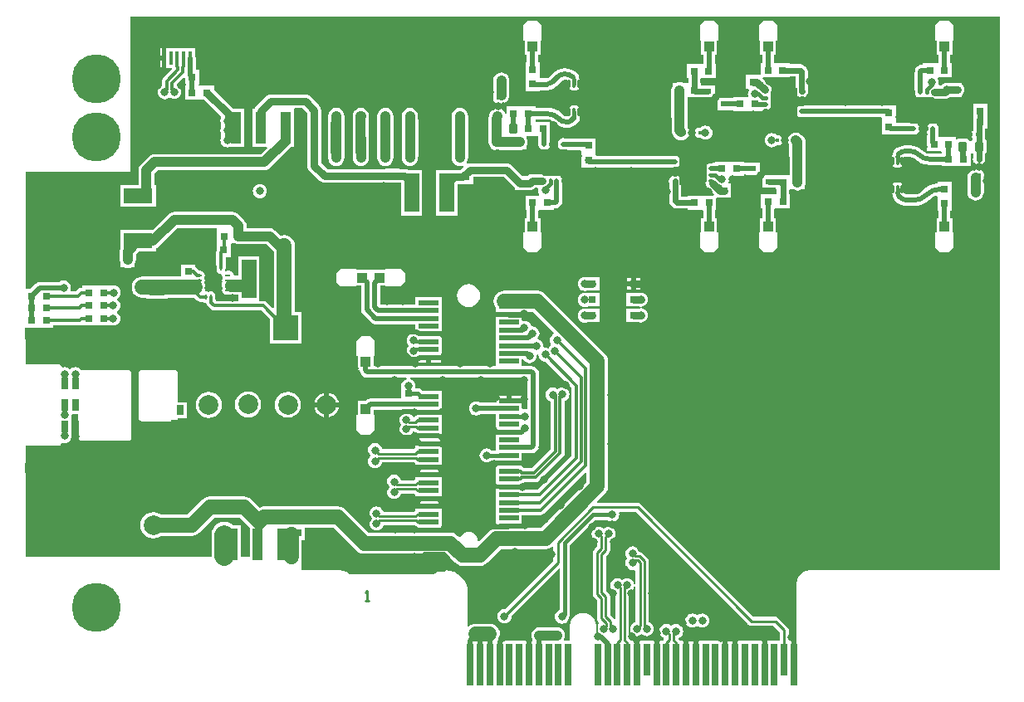
<source format=gtl>
G04*
G04 #@! TF.GenerationSoftware,Altium Limited,Altium Designer,19.1.9 (167)*
G04*
G04 Layer_Physical_Order=1*
G04 Layer_Color=255*
%FSLAX24Y24*%
%MOIN*%
G70*
G01*
G75*
%ADD10C,0.0098*%
%ADD14C,0.0100*%
%ADD16C,0.0080*%
%ADD18C,0.0197*%
%ADD20C,0.0394*%
G04:AMPARAMS|DCode=24|XSize=59.1mil|YSize=59.1mil|CornerRadius=3mil|HoleSize=0mil|Usage=FLASHONLY|Rotation=270.000|XOffset=0mil|YOffset=0mil|HoleType=Round|Shape=RoundedRectangle|*
%AMROUNDEDRECTD24*
21,1,0.0591,0.0531,0,0,270.0*
21,1,0.0531,0.0591,0,0,270.0*
1,1,0.0059,-0.0266,-0.0266*
1,1,0.0059,-0.0266,0.0266*
1,1,0.0059,0.0266,0.0266*
1,1,0.0059,0.0266,-0.0266*
%
%ADD24ROUNDEDRECTD24*%
G04:AMPARAMS|DCode=25|XSize=11.8mil|YSize=31.5mil|CornerRadius=3mil|HoleSize=0mil|Usage=FLASHONLY|Rotation=270.000|XOffset=0mil|YOffset=0mil|HoleType=Round|Shape=RoundedRectangle|*
%AMROUNDEDRECTD25*
21,1,0.0118,0.0256,0,0,270.0*
21,1,0.0059,0.0315,0,0,270.0*
1,1,0.0059,-0.0128,-0.0030*
1,1,0.0059,-0.0128,0.0030*
1,1,0.0059,0.0128,0.0030*
1,1,0.0059,0.0128,-0.0030*
%
%ADD25ROUNDEDRECTD25*%
G04:AMPARAMS|DCode=26|XSize=11.8mil|YSize=31.5mil|CornerRadius=3mil|HoleSize=0mil|Usage=FLASHONLY|Rotation=0.000|XOffset=0mil|YOffset=0mil|HoleType=Round|Shape=RoundedRectangle|*
%AMROUNDEDRECTD26*
21,1,0.0118,0.0256,0,0,0.0*
21,1,0.0059,0.0315,0,0,0.0*
1,1,0.0059,0.0030,-0.0128*
1,1,0.0059,-0.0030,-0.0128*
1,1,0.0059,-0.0030,0.0128*
1,1,0.0059,0.0030,0.0128*
%
%ADD26ROUNDEDRECTD26*%
G04:AMPARAMS|DCode=27|XSize=39.4mil|YSize=35.4mil|CornerRadius=4.4mil|HoleSize=0mil|Usage=FLASHONLY|Rotation=90.000|XOffset=0mil|YOffset=0mil|HoleType=Round|Shape=RoundedRectangle|*
%AMROUNDEDRECTD27*
21,1,0.0394,0.0266,0,0,90.0*
21,1,0.0305,0.0354,0,0,90.0*
1,1,0.0089,0.0133,0.0153*
1,1,0.0089,0.0133,-0.0153*
1,1,0.0089,-0.0133,-0.0153*
1,1,0.0089,-0.0133,0.0153*
%
%ADD27ROUNDEDRECTD27*%
G04:AMPARAMS|DCode=28|XSize=19.7mil|YSize=23.6mil|CornerRadius=2mil|HoleSize=0mil|Usage=FLASHONLY|Rotation=180.000|XOffset=0mil|YOffset=0mil|HoleType=Round|Shape=RoundedRectangle|*
%AMROUNDEDRECTD28*
21,1,0.0197,0.0197,0,0,180.0*
21,1,0.0157,0.0236,0,0,180.0*
1,1,0.0039,-0.0079,0.0098*
1,1,0.0039,0.0079,0.0098*
1,1,0.0039,0.0079,-0.0098*
1,1,0.0039,-0.0079,-0.0098*
%
%ADD28ROUNDEDRECTD28*%
%ADD29R,0.0315X0.0315*%
G04:AMPARAMS|DCode=30|XSize=19.7mil|YSize=23.6mil|CornerRadius=2mil|HoleSize=0mil|Usage=FLASHONLY|Rotation=90.000|XOffset=0mil|YOffset=0mil|HoleType=Round|Shape=RoundedRectangle|*
%AMROUNDEDRECTD30*
21,1,0.0197,0.0197,0,0,90.0*
21,1,0.0157,0.0236,0,0,90.0*
1,1,0.0039,0.0098,0.0079*
1,1,0.0039,0.0098,-0.0079*
1,1,0.0039,-0.0098,-0.0079*
1,1,0.0039,-0.0098,0.0079*
%
%ADD30ROUNDEDRECTD30*%
%ADD31R,0.0315X0.0315*%
%ADD32O,0.0217X0.0098*%
%ADD33O,0.0098X0.0217*%
%ADD34R,0.0600X0.0500*%
%ADD35R,0.0591X0.1575*%
%ADD36R,0.1063X0.0787*%
%ADD37R,0.0787X0.1063*%
%ADD38O,0.0236X0.0138*%
%ADD39O,0.0138X0.0236*%
%ADD40P,0.0490X8X22.5*%
%ADD41R,0.0157X0.0551*%
%ADD42R,0.0787X0.0197*%
%ADD43R,0.0394X0.1260*%
%ADD44R,0.1181X0.0630*%
%ADD45R,0.2559X0.2362*%
%ADD46R,0.0866X0.0433*%
%ADD47R,0.0413X0.0394*%
%ADD48R,0.0591X0.0748*%
%ADD49R,0.0748X0.0748*%
%ADD50P,0.0490X8X292.5*%
%ADD51R,0.1496X0.0394*%
%ADD52R,0.1791X0.0394*%
%ADD53R,0.0394X0.1496*%
%ADD54R,0.0315X0.0276*%
%ADD55R,0.0315X0.0472*%
%ADD56R,0.0551X0.0472*%
%ADD57R,0.0925X0.0472*%
%ADD58R,0.0256X0.0394*%
%ADD59R,0.0433X0.0394*%
%ADD60R,0.0512X0.0689*%
%ADD61R,0.0433X0.0866*%
%ADD62R,0.0394X0.0413*%
%ADD63R,0.1024X0.1024*%
%ADD64R,0.0315X0.0236*%
%ADD65R,0.0315X0.0354*%
G04:AMPARAMS|DCode=66|XSize=31.5mil|YSize=15.7mil|CornerRadius=3.9mil|HoleSize=0mil|Usage=FLASHONLY|Rotation=270.000|XOffset=0mil|YOffset=0mil|HoleType=Round|Shape=RoundedRectangle|*
%AMROUNDEDRECTD66*
21,1,0.0315,0.0079,0,0,270.0*
21,1,0.0236,0.0157,0,0,270.0*
1,1,0.0079,-0.0039,-0.0118*
1,1,0.0079,-0.0039,0.0118*
1,1,0.0079,0.0039,0.0118*
1,1,0.0079,0.0039,-0.0118*
%
%ADD66ROUNDEDRECTD66*%
G04:AMPARAMS|DCode=67|XSize=15.7mil|YSize=15.7mil|CornerRadius=3.9mil|HoleSize=0mil|Usage=FLASHONLY|Rotation=90.000|XOffset=0mil|YOffset=0mil|HoleType=Round|Shape=RoundedRectangle|*
%AMROUNDEDRECTD67*
21,1,0.0157,0.0079,0,0,90.0*
21,1,0.0079,0.0157,0,0,90.0*
1,1,0.0079,0.0039,0.0039*
1,1,0.0079,0.0039,-0.0039*
1,1,0.0079,-0.0039,-0.0039*
1,1,0.0079,-0.0039,0.0039*
%
%ADD67ROUNDEDRECTD67*%
G04:AMPARAMS|DCode=68|XSize=31.5mil|YSize=15.7mil|CornerRadius=3.9mil|HoleSize=0mil|Usage=FLASHONLY|Rotation=0.000|XOffset=0mil|YOffset=0mil|HoleType=Round|Shape=RoundedRectangle|*
%AMROUNDEDRECTD68*
21,1,0.0315,0.0079,0,0,0.0*
21,1,0.0236,0.0157,0,0,0.0*
1,1,0.0079,0.0118,-0.0039*
1,1,0.0079,-0.0118,-0.0039*
1,1,0.0079,-0.0118,0.0039*
1,1,0.0079,0.0118,0.0039*
%
%ADD68ROUNDEDRECTD68*%
G04:AMPARAMS|DCode=69|XSize=15.7mil|YSize=15.7mil|CornerRadius=3.9mil|HoleSize=0mil|Usage=FLASHONLY|Rotation=180.000|XOffset=0mil|YOffset=0mil|HoleType=Round|Shape=RoundedRectangle|*
%AMROUNDEDRECTD69*
21,1,0.0157,0.0079,0,0,180.0*
21,1,0.0079,0.0157,0,0,180.0*
1,1,0.0079,-0.0039,0.0039*
1,1,0.0079,0.0039,0.0039*
1,1,0.0079,0.0039,-0.0039*
1,1,0.0079,-0.0039,-0.0039*
%
%ADD69ROUNDEDRECTD69*%
G04:AMPARAMS|DCode=70|XSize=90.6mil|YSize=126mil|CornerRadius=0mil|HoleSize=0mil|Usage=FLASHONLY|Rotation=270.000|XOffset=0mil|YOffset=0mil|HoleType=Round|Shape=Octagon|*
%AMOCTAGOND70*
4,1,8,0.0630,0.0226,0.0630,-0.0226,0.0404,-0.0453,-0.0404,-0.0453,-0.0630,-0.0226,-0.0630,0.0226,-0.0404,0.0453,0.0404,0.0453,0.0630,0.0226,0.0*
%
%ADD70OCTAGOND70*%

G04:AMPARAMS|DCode=71|XSize=78.7mil|YSize=126mil|CornerRadius=0mil|HoleSize=0mil|Usage=FLASHONLY|Rotation=270.000|XOffset=0mil|YOffset=0mil|HoleType=Round|Shape=Octagon|*
%AMOCTAGOND71*
4,1,8,0.0630,0.0197,0.0630,-0.0197,0.0433,-0.0394,-0.0433,-0.0394,-0.0630,-0.0197,-0.0630,0.0197,-0.0433,0.0394,0.0433,0.0394,0.0630,0.0197,0.0*
%
%ADD71OCTAGOND71*%

%ADD129C,0.0209*%
%ADD130C,0.0157*%
%ADD131C,0.0157*%
%ADD132R,0.0630X0.0630*%
%ADD133R,0.0276X0.1654*%
%ADD134R,0.0276X0.1260*%
%ADD135R,0.0394X0.1791*%
%ADD136C,0.0591*%
%ADD137C,0.0295*%
%ADD138C,0.0220*%
%ADD139C,0.0787*%
%ADD140C,0.0126*%
%ADD141C,0.0500*%
%ADD142C,0.0118*%
%ADD143C,0.0102*%
G04:AMPARAMS|DCode=144|XSize=78.7mil|YSize=78.7mil|CornerRadius=19.7mil|HoleSize=0mil|Usage=FLASHONLY|Rotation=270.000|XOffset=0mil|YOffset=0mil|HoleType=Round|Shape=RoundedRectangle|*
%AMROUNDEDRECTD144*
21,1,0.0787,0.0394,0,0,270.0*
21,1,0.0394,0.0787,0,0,270.0*
1,1,0.0394,-0.0197,-0.0197*
1,1,0.0394,-0.0197,0.0197*
1,1,0.0394,0.0197,0.0197*
1,1,0.0394,0.0197,-0.0197*
%
%ADD144ROUNDEDRECTD144*%
%ADD145C,0.0787*%
%ADD146C,0.1969*%
%ADD147C,0.0551*%
%ADD148C,0.0472*%
%ADD149C,0.1772*%
%ADD150C,0.0315*%
G36*
X40955Y14804D02*
X40955Y14804D01*
X41013Y14765D01*
X41082Y14752D01*
X41082Y14752D01*
X41953D01*
X42202Y14502D01*
Y14142D01*
X41724D01*
Y14116D01*
X41693D01*
Y13189D01*
X41496D01*
Y14116D01*
X41465D01*
Y14142D01*
X40543D01*
Y14116D01*
X40512D01*
Y13189D01*
X40315D01*
Y14116D01*
X40118D01*
Y13189D01*
X39921D01*
Y14116D01*
X39890D01*
Y14142D01*
X38968D01*
Y14116D01*
X38937D01*
Y13189D01*
X38740D01*
Y14116D01*
X38543D01*
Y13189D01*
X38346D01*
Y14116D01*
X38315D01*
Y14142D01*
X38214D01*
X38179Y14195D01*
X38154Y14219D01*
X38166Y14278D01*
X38194Y14290D01*
X38253Y14335D01*
X38299Y14394D01*
X38327Y14463D01*
X38337Y14537D01*
X38327Y14611D01*
X38299Y14680D01*
X38253Y14740D01*
X38194Y14785D01*
X38125Y14814D01*
X38051Y14823D01*
X37977Y14814D01*
X37908Y14785D01*
X37854Y14744D01*
X37800Y14785D01*
X37731Y14814D01*
X37657Y14823D01*
X37583Y14814D01*
X37515Y14785D01*
X37455Y14740D01*
X37410Y14680D01*
X37381Y14611D01*
X37372Y14537D01*
X37381Y14463D01*
X37410Y14394D01*
X37455Y14335D01*
X37515Y14290D01*
X37543Y14278D01*
X37554Y14219D01*
X37530Y14195D01*
X37494Y14142D01*
X37394D01*
Y14116D01*
X37362D01*
Y13189D01*
X37165D01*
Y14116D01*
X37134D01*
Y14142D01*
X36606D01*
Y14116D01*
X36575D01*
Y13189D01*
X36378D01*
Y14116D01*
X36346D01*
Y14142D01*
X36246D01*
X36210Y14195D01*
X36155Y14250D01*
Y14530D01*
X36205Y14540D01*
X36229Y14483D01*
X36274Y14424D01*
X36333Y14378D01*
X36402Y14350D01*
X36476Y14340D01*
X36550Y14350D01*
X36619Y14378D01*
X36673Y14420D01*
X36727Y14378D01*
X36796Y14350D01*
X36870Y14340D01*
X36944Y14350D01*
X37013Y14378D01*
X37072Y14424D01*
X37118Y14483D01*
X37146Y14552D01*
X37156Y14626D01*
X37146Y14700D01*
X37118Y14769D01*
X37072Y14828D01*
X37013Y14874D01*
X36944Y14902D01*
X36942Y14902D01*
Y17353D01*
X36929Y17422D01*
X36890Y17480D01*
X36693Y17677D01*
X36635Y17716D01*
X36576Y17728D01*
X36575Y17731D01*
X36547Y17800D01*
X36501Y17860D01*
X36442Y17905D01*
X36373Y17934D01*
X36299Y17943D01*
X36225Y17934D01*
X36156Y17905D01*
X36097Y17860D01*
X36052Y17800D01*
X36023Y17731D01*
X36013Y17657D01*
X36023Y17583D01*
X36052Y17515D01*
X36089Y17466D01*
X36052Y17417D01*
X36023Y17348D01*
X36013Y17274D01*
X36023Y17200D01*
X36052Y17131D01*
X36097Y17071D01*
X36156Y17026D01*
X36225Y16997D01*
X36299Y16988D01*
X36364Y16996D01*
X36412Y16972D01*
X36414Y16970D01*
Y16417D01*
X36364Y16414D01*
X36359Y16452D01*
X36330Y16521D01*
X36285Y16580D01*
X36226Y16626D01*
X36157Y16654D01*
X36083Y16664D01*
X36009Y16654D01*
X35940Y16626D01*
X35891Y16588D01*
X35842Y16626D01*
X35773Y16654D01*
X35699Y16664D01*
X35625Y16654D01*
X35556Y16626D01*
X35497Y16580D01*
X35451Y16521D01*
X35423Y16452D01*
X35413Y16378D01*
X35423Y16304D01*
X35451Y16235D01*
X35497Y16176D01*
X35556Y16130D01*
X35625Y16102D01*
X35626Y16102D01*
Y15033D01*
X35617Y15026D01*
X35550Y15036D01*
X35541Y15049D01*
X35402Y15188D01*
Y15918D01*
X35388Y15987D01*
X35349Y16046D01*
X35237Y16158D01*
Y17560D01*
X35349Y17672D01*
X35388Y17731D01*
X35402Y17800D01*
Y18168D01*
X35409Y18169D01*
X35478Y18197D01*
X35537Y18243D01*
X35582Y18302D01*
X35611Y18371D01*
X35621Y18445D01*
X35611Y18519D01*
X35582Y18588D01*
X35537Y18647D01*
X35478Y18692D01*
X35409Y18721D01*
X35335Y18731D01*
X35261Y18721D01*
X35192Y18692D01*
X35138Y18651D01*
X35084Y18692D01*
X35015Y18721D01*
X34941Y18731D01*
X34867Y18721D01*
X34798Y18692D01*
X34739Y18647D01*
X34693Y18588D01*
X34665Y18519D01*
X34655Y18445D01*
X34665Y18371D01*
X34693Y18302D01*
X34739Y18243D01*
X34798Y18197D01*
X34867Y18169D01*
X34873Y18168D01*
Y17944D01*
X34761Y17832D01*
X34722Y17773D01*
X34708Y17704D01*
Y16014D01*
X34722Y15945D01*
X34761Y15886D01*
X34873Y15774D01*
Y15044D01*
X34887Y14975D01*
X34926Y14916D01*
X34948Y14895D01*
X34945Y14845D01*
X34936Y14838D01*
X34890Y14779D01*
X34883Y14762D01*
X34832Y14769D01*
X34817Y14880D01*
X34765Y15006D01*
X34682Y15115D01*
X34573Y15198D01*
X34447Y15250D01*
X34311Y15268D01*
X34175Y15250D01*
X34049Y15198D01*
X33940Y15115D01*
X33857Y15006D01*
X33805Y14880D01*
X33787Y14744D01*
X33788D01*
Y14142D01*
X33556D01*
X33534Y14187D01*
X33550Y14207D01*
X33582Y14286D01*
X33593Y14370D01*
X33582Y14454D01*
X33550Y14533D01*
X33498Y14600D01*
X33431Y14652D01*
X33352Y14685D01*
X33268Y14696D01*
X32559D01*
X32475Y14685D01*
X32396Y14652D01*
X32329Y14600D01*
X32277Y14533D01*
X32245Y14454D01*
X32233Y14370D01*
X32245Y14286D01*
X32277Y14207D01*
X32289Y14192D01*
X32276Y14142D01*
X32244Y14121D01*
Y13189D01*
X32047D01*
Y14116D01*
X32016D01*
Y14142D01*
X31094D01*
Y14116D01*
X30913D01*
X30891Y14161D01*
X30919Y14197D01*
X30962Y14299D01*
X30976Y14409D01*
X30962Y14519D01*
X30919Y14622D01*
X30852Y14710D01*
X30764Y14777D01*
X30661Y14820D01*
X30551Y14834D01*
X30020D01*
X29910Y14820D01*
X29807Y14777D01*
X29726Y14715D01*
X29676Y14728D01*
Y16112D01*
X29677D01*
X29661Y16282D01*
X29611Y16445D01*
X29531Y16595D01*
X29423Y16726D01*
X29291Y16834D01*
X29141Y16914D01*
X28978Y16964D01*
X28809Y16981D01*
X28640Y16964D01*
X28477Y16914D01*
X28327Y16834D01*
X28298Y16811D01*
X24940D01*
X24932Y16822D01*
X24819Y16908D01*
X24688Y16962D01*
X24547Y16981D01*
Y16979D01*
X23012D01*
Y17432D01*
X23023Y17520D01*
Y17874D01*
Y18201D01*
X23157D01*
Y18694D01*
X24308D01*
X25231Y17770D01*
X25319Y17703D01*
X25422Y17660D01*
X25531Y17646D01*
X28812D01*
X29179Y17278D01*
X29267Y17211D01*
X29370Y17168D01*
X29480Y17154D01*
X30167D01*
X30277Y17168D01*
X30380Y17211D01*
X30468Y17278D01*
X31022Y17833D01*
X32801D01*
X32911Y17847D01*
X33013Y17890D01*
X33069Y17933D01*
X33119Y17908D01*
Y17359D01*
X31180Y15420D01*
X31152Y15424D01*
X31078Y15414D01*
X31009Y15385D01*
X30949Y15340D01*
X30904Y15281D01*
X30875Y15212D01*
X30866Y15138D01*
X30875Y15064D01*
X30904Y14995D01*
X30949Y14936D01*
X31009Y14890D01*
X31078Y14862D01*
X31152Y14852D01*
X31226Y14862D01*
X31295Y14890D01*
X31354Y14936D01*
X31399Y14995D01*
X31428Y15064D01*
X31437Y15138D01*
X31434Y15166D01*
X33328Y17060D01*
X33374Y17041D01*
Y15387D01*
X33322Y15366D01*
X33262Y15320D01*
X33217Y15261D01*
X33188Y15192D01*
X33179Y15118D01*
X33188Y15044D01*
X33217Y14975D01*
X33262Y14916D01*
X33322Y14871D01*
X33391Y14842D01*
X33465Y14832D01*
X33539Y14842D01*
X33608Y14871D01*
X33667Y14916D01*
X33712Y14975D01*
X33741Y15044D01*
X33750Y15118D01*
X33750Y15119D01*
X33776Y15156D01*
X33791Y15236D01*
Y17989D01*
X34807Y19004D01*
X35289D01*
X35339Y18965D01*
X35408Y18936D01*
X35482Y18927D01*
X35556Y18936D01*
X35625Y18965D01*
X35684Y19010D01*
X35730Y19070D01*
X35758Y19139D01*
X35768Y19213D01*
X35760Y19278D01*
X35771Y19306D01*
X35786Y19328D01*
X36431D01*
X40955Y14804D01*
D02*
G37*
G36*
X34460Y20904D02*
Y20518D01*
X32625Y18683D01*
X31832D01*
Y18850D01*
X31858D01*
Y19197D01*
X32608D01*
X32682Y19212D01*
X32745Y19254D01*
X34414Y20923D01*
X34460Y20904D01*
D02*
G37*
G36*
X51033Y16979D02*
X43425D01*
Y16981D01*
X43284Y16962D01*
X43153Y16908D01*
X43040Y16822D01*
X42954Y16709D01*
X42900Y16578D01*
X42881Y16437D01*
X42883D01*
Y14116D01*
X42874D01*
Y13189D01*
X42677D01*
Y14116D01*
X42646D01*
Y14142D01*
X42561D01*
Y14577D01*
X42561Y14577D01*
X42548Y14645D01*
X42509Y14704D01*
X42509Y14704D01*
X42154Y15058D01*
X42096Y15097D01*
X42028Y15111D01*
X42028Y15111D01*
X41156D01*
X36632Y19635D01*
X36574Y19674D01*
X36505Y19687D01*
X36505Y19687D01*
X34896D01*
X34877Y19734D01*
X35185Y20042D01*
X35253Y20130D01*
X35295Y20232D01*
X35310Y20342D01*
Y25396D01*
X35295Y25506D01*
X35253Y25609D01*
X35185Y25697D01*
X32787Y28096D01*
X32699Y28163D01*
X32596Y28206D01*
X32486Y28220D01*
X31142D01*
X31032Y28206D01*
X30929Y28163D01*
X30841Y28096D01*
X30774Y28008D01*
X30731Y27905D01*
X30717Y27795D01*
X30731Y27685D01*
X30774Y27583D01*
X30819Y27524D01*
Y27354D01*
X30845D01*
Y27354D01*
X31339D01*
X31832D01*
Y27354D01*
X31858D01*
Y27370D01*
X32310D01*
X33148Y26533D01*
X33138Y26483D01*
X33125Y26478D01*
X33066Y26432D01*
X33020Y26373D01*
X32992Y26304D01*
X32982Y26230D01*
X32992Y26156D01*
X33020Y26087D01*
X33025Y26080D01*
X33012Y26016D01*
X32978Y25990D01*
X32933Y25931D01*
X32921Y25904D01*
X32879Y25922D01*
X32805Y25932D01*
X32770Y25927D01*
X32725Y25971D01*
X32727Y25984D01*
X32717Y26058D01*
X32689Y26127D01*
X32643Y26186D01*
X32584Y26232D01*
X32515Y26260D01*
X32511Y26261D01*
X32492Y26314D01*
X32522Y26354D01*
X32551Y26423D01*
X32561Y26497D01*
X32551Y26571D01*
X32522Y26640D01*
X32477Y26699D01*
X32418Y26744D01*
X32349Y26773D01*
X32275Y26783D01*
X32236Y26778D01*
X32235Y26787D01*
X32206Y26856D01*
X32161Y26915D01*
X32102Y26960D01*
X32033Y26989D01*
X31959Y26999D01*
X31908Y26992D01*
X31858Y27027D01*
Y27173D01*
X31832D01*
Y27173D01*
X31339D01*
X30845D01*
Y27173D01*
X30819D01*
Y26724D01*
Y26409D01*
Y26094D01*
Y25780D01*
Y25465D01*
Y25186D01*
X25913D01*
Y25591D01*
X25955D01*
Y26201D01*
X25768Y26388D01*
X25413D01*
X25226Y26201D01*
Y25591D01*
X25268D01*
Y25022D01*
X25356D01*
Y25010D01*
X25374Y24920D01*
X25424Y24844D01*
X25484Y24785D01*
X25560Y24734D01*
X25650Y24716D01*
X27226D01*
X27229Y24666D01*
X27229Y24666D01*
X27160Y24637D01*
X27101Y24592D01*
X27056Y24533D01*
X27027Y24464D01*
X27017Y24390D01*
X27020Y24371D01*
Y23877D01*
X25768D01*
X25678Y23859D01*
X25602Y23808D01*
X25591Y23797D01*
X25268D01*
Y23228D01*
X25226D01*
Y22618D01*
X25413Y22431D01*
X25768D01*
X25955Y22618D01*
Y23228D01*
X25913D01*
Y23407D01*
X27617D01*
Y23236D01*
X27591D01*
Y23175D01*
X27540Y23141D01*
X27537Y23140D01*
X27481Y23153D01*
X27472Y23174D01*
X27427Y23234D01*
X27367Y23279D01*
X27298Y23308D01*
X27224Y23317D01*
X27150Y23308D01*
X27081Y23279D01*
X27022Y23234D01*
X26977Y23174D01*
X26948Y23105D01*
X26939Y23031D01*
X26948Y22957D01*
X26977Y22889D01*
X27014Y22840D01*
X26977Y22791D01*
X26948Y22722D01*
X26939Y22648D01*
X26948Y22574D01*
X26977Y22505D01*
X27022Y22445D01*
X27081Y22400D01*
X27150Y22371D01*
X27224Y22362D01*
X27298Y22371D01*
X27367Y22400D01*
X27427Y22445D01*
X27472Y22505D01*
X27491Y22551D01*
X27502Y22555D01*
X27546Y22563D01*
X27548Y22563D01*
X27591Y22534D01*
Y22472D01*
X27617D01*
Y22472D01*
X28110D01*
X28604D01*
Y22472D01*
X28630D01*
Y22787D01*
Y23236D01*
X28604D01*
Y23236D01*
X28110D01*
Y23407D01*
X28163Y23417D01*
X28604D01*
Y23417D01*
X28630D01*
Y23732D01*
Y24181D01*
X27886D01*
X27835Y24232D01*
X27767Y24277D01*
X27687Y24293D01*
X27587D01*
Y24371D01*
X27589Y24390D01*
X27579Y24464D01*
X27551Y24533D01*
X27505Y24592D01*
X27446Y24637D01*
X27377Y24666D01*
X27377Y24666D01*
X27380Y24716D01*
X32080D01*
Y23477D01*
X32030Y23447D01*
X31969Y23455D01*
X31908Y23447D01*
X31858Y23478D01*
Y23709D01*
X31832D01*
Y23709D01*
X31391D01*
X31339Y23719D01*
Y23799D01*
X31240D01*
Y23998D01*
X30845D01*
Y23719D01*
X30179D01*
X30163Y23732D01*
X30094Y23760D01*
X30020Y23770D01*
X29946Y23760D01*
X29877Y23732D01*
X29818Y23686D01*
X29772Y23627D01*
X29744Y23558D01*
X29734Y23484D01*
X29744Y23410D01*
X29772Y23341D01*
X29818Y23282D01*
X29877Y23237D01*
X29946Y23208D01*
X30020Y23198D01*
X30094Y23208D01*
X30163Y23237D01*
X30179Y23249D01*
X30819D01*
Y22945D01*
Y22630D01*
X30845D01*
Y22630D01*
X31339D01*
Y22449D01*
X30845D01*
Y22449D01*
X30819D01*
Y22000D01*
Y21803D01*
X30637D01*
X30586Y21842D01*
X30517Y21871D01*
X30443Y21880D01*
X30369Y21871D01*
X30300Y21842D01*
X30241Y21797D01*
X30195Y21737D01*
X30167Y21668D01*
X30157Y21594D01*
X30167Y21520D01*
X30195Y21452D01*
X30241Y21392D01*
X30300Y21347D01*
X30369Y21318D01*
X30443Y21309D01*
X30517Y21318D01*
X30586Y21347D01*
X30637Y21386D01*
X30819D01*
Y21370D01*
X30845D01*
Y21370D01*
X31339D01*
X31832D01*
Y21370D01*
X31858D01*
Y21675D01*
X32244D01*
X32334Y21693D01*
X32410Y21743D01*
X32481Y21814D01*
X32532Y21890D01*
X32550Y21980D01*
Y24890D01*
X32532Y24980D01*
X32481Y25056D01*
X32420Y25117D01*
X32344Y25168D01*
X32254Y25186D01*
X31858D01*
Y25454D01*
X31915D01*
X31918Y25448D01*
X31963Y25388D01*
X32022Y25343D01*
X32091Y25314D01*
X32165Y25305D01*
X32239Y25314D01*
X32308Y25343D01*
X32368Y25388D01*
X32413Y25448D01*
X32442Y25517D01*
X32451Y25591D01*
X32446Y25629D01*
X32477Y25670D01*
X32482Y25673D01*
X32519Y25646D01*
X32529Y25572D01*
X32558Y25503D01*
X32603Y25443D01*
X32662Y25398D01*
X32731Y25370D01*
X32805Y25360D01*
X32817Y25361D01*
X33853Y24326D01*
Y21576D01*
X32485Y20208D01*
X31858D01*
Y20244D01*
X31832D01*
Y20244D01*
X31339D01*
X30845D01*
Y20244D01*
X30819D01*
Y19795D01*
Y19480D01*
Y19165D01*
Y18850D01*
X30845D01*
Y18683D01*
X30736Y18668D01*
X30634Y18626D01*
X30546Y18558D01*
X30135Y18147D01*
X30104Y18162D01*
X30089Y18172D01*
X30077Y18264D01*
X30041Y18352D01*
X29983Y18428D01*
X29907Y18486D01*
X29819Y18522D01*
X29724Y18535D01*
X29630Y18522D01*
X29542Y18486D01*
X29466Y18428D01*
X29408Y18352D01*
X29396Y18322D01*
X29347Y18313D01*
X29288Y18371D01*
X29200Y18439D01*
X29098Y18481D01*
X28988Y18496D01*
X28604D01*
Y18504D01*
X28110D01*
X27617D01*
Y18496D01*
X25707D01*
X24784Y19419D01*
X24696Y19487D01*
X24593Y19529D01*
X24484Y19544D01*
X21501D01*
X21391Y19529D01*
X21333Y19505D01*
X21011Y19828D01*
X20923Y19896D01*
X20820Y19938D01*
X20710Y19952D01*
X19336D01*
X19226Y19938D01*
X19123Y19896D01*
X19035Y19828D01*
X18426Y19219D01*
X17361D01*
X17323Y19248D01*
X17197Y19300D01*
X17061Y19318D01*
X16925Y19300D01*
X16799Y19248D01*
X16690Y19165D01*
X16607Y19056D01*
X16555Y18930D01*
X16537Y18794D01*
X16555Y18658D01*
X16607Y18532D01*
X16690Y18423D01*
X16799Y18340D01*
X16925Y18288D01*
X17061Y18270D01*
X17197Y18288D01*
X17323Y18340D01*
X17361Y18369D01*
X18602D01*
X18712Y18384D01*
X18815Y18426D01*
X18903Y18494D01*
X19512Y19103D01*
X20534D01*
X20937Y18700D01*
Y17520D01*
X20583D01*
Y18781D01*
X20286D01*
X20183Y18859D01*
X20057Y18912D01*
X19921Y18930D01*
X19786Y18912D01*
X19659Y18859D01*
X19551Y18776D01*
X19467Y18668D01*
X19415Y18541D01*
X19397Y18406D01*
Y17992D01*
Y17570D01*
X19381Y17539D01*
X19364Y17520D01*
X11960Y17520D01*
Y21988D01*
X11969Y21996D01*
X13258D01*
X13307Y22005D01*
X13349Y22033D01*
X13377Y22075D01*
X13379Y22085D01*
X13423Y22109D01*
X13430Y22106D01*
X13504Y22096D01*
X13578Y22106D01*
X13647Y22134D01*
X13706Y22180D01*
X13752Y22239D01*
X13780Y22308D01*
X13790Y22382D01*
X13787Y22400D01*
Y23122D01*
X13787Y23122D01*
X13781Y23172D01*
X13790Y23238D01*
X13809Y23260D01*
X14055D01*
Y22311D01*
X14064Y22262D01*
X14092Y22220D01*
X14134Y22192D01*
X14183Y22183D01*
X16053D01*
X16102Y22192D01*
X16144Y22220D01*
X16172Y22262D01*
X16182Y22311D01*
Y24909D01*
X16172Y24959D01*
X16144Y25000D01*
X16102Y25028D01*
X16053Y25038D01*
X14183D01*
X14163Y25034D01*
X14139Y25064D01*
X14080Y25110D01*
X14011Y25138D01*
X13937Y25148D01*
X13863Y25138D01*
X13794Y25110D01*
X13756Y25081D01*
X13720Y25069D01*
X13685Y25081D01*
X13647Y25110D01*
X13578Y25138D01*
X13504Y25148D01*
X13430Y25138D01*
X13377Y25171D01*
X13377Y25175D01*
X13349Y25217D01*
X13307Y25245D01*
X13258Y25254D01*
X11969D01*
X11960Y25262D01*
Y26734D01*
X12432D01*
X12459Y26734D01*
Y26734D01*
X12482D01*
Y26734D01*
X13049D01*
Y26825D01*
X14114D01*
X14145Y26831D01*
X14195Y26813D01*
Y26813D01*
X14735D01*
X14762Y26813D01*
X14812Y26813D01*
X15352D01*
X15352Y26813D01*
X15402Y26817D01*
X15453Y26811D01*
X15527Y26820D01*
X15596Y26849D01*
X15655Y26894D01*
X15700Y26953D01*
X15729Y27022D01*
X15739Y27096D01*
X15729Y27170D01*
X15700Y27239D01*
X15655Y27299D01*
X15618Y27327D01*
X15616Y27330D01*
Y27385D01*
X15618Y27387D01*
X15655Y27416D01*
X15700Y27475D01*
X15729Y27544D01*
X15739Y27618D01*
X15729Y27692D01*
X15700Y27761D01*
X15655Y27820D01*
X15623Y27845D01*
X15620Y27855D01*
X15625Y27906D01*
X15667Y27938D01*
X15712Y27997D01*
X15741Y28066D01*
X15750Y28140D01*
X15741Y28214D01*
X15712Y28283D01*
X15667Y28342D01*
X15608Y28388D01*
X15539Y28416D01*
X15465Y28426D01*
X15414Y28419D01*
X15364Y28423D01*
X15364Y28423D01*
X15364Y28423D01*
X14824D01*
X14797Y28423D01*
X14747Y28423D01*
X14207D01*
Y28332D01*
X14183D01*
X14109Y28318D01*
X14047Y28276D01*
X13956Y28185D01*
X13763D01*
X13729Y28235D01*
X13741Y28263D01*
X13750Y28337D01*
X13741Y28411D01*
X13712Y28480D01*
X13667Y28539D01*
X13608Y28584D01*
X13539Y28613D01*
X13465Y28623D01*
X13391Y28613D01*
X13322Y28584D01*
X13305Y28571D01*
X12515D01*
X12425Y28554D01*
X12349Y28503D01*
X12122Y28276D01*
X11960D01*
Y32992D01*
X16142D01*
Y39222D01*
X51033D01*
Y16979D01*
D02*
G37*
G36*
X36414Y16339D02*
Y14904D01*
X36402Y14902D01*
X36333Y14874D01*
X36274Y14828D01*
X36229Y14769D01*
X36205Y14712D01*
X36155Y14722D01*
Y16102D01*
X36157Y16102D01*
X36226Y16130D01*
X36285Y16176D01*
X36330Y16235D01*
X36359Y16304D01*
X36364Y16342D01*
X36414Y16339D01*
D02*
G37*
%LPC*%
G36*
X39094Y15247D02*
X39020Y15237D01*
X38952Y15208D01*
X38898Y15167D01*
X38844Y15208D01*
X38775Y15237D01*
X38701Y15247D01*
X38627Y15237D01*
X38558Y15208D01*
X38499Y15163D01*
X38453Y15104D01*
X38425Y15035D01*
X38415Y14961D01*
X38425Y14887D01*
X38453Y14818D01*
X38499Y14758D01*
X38558Y14713D01*
X38627Y14684D01*
X38701Y14675D01*
X38775Y14684D01*
X38844Y14713D01*
X38898Y14754D01*
X38952Y14713D01*
X39020Y14684D01*
X39094Y14675D01*
X39168Y14684D01*
X39237Y14713D01*
X39297Y14758D01*
X39342Y14818D01*
X39371Y14887D01*
X39380Y14961D01*
X39371Y15035D01*
X39342Y15104D01*
X39297Y15163D01*
X39237Y15208D01*
X39168Y15237D01*
X39094Y15247D01*
D02*
G37*
G36*
X17411Y37944D02*
X17331D01*
Y37667D01*
X17411D01*
Y37944D01*
D02*
G37*
G36*
X39547Y39065D02*
X39193D01*
X39006Y38878D01*
Y38268D01*
X39047D01*
Y37699D01*
X39135D01*
Y37346D01*
X39100Y37311D01*
X39077D01*
X39027Y37311D01*
X38486D01*
Y36744D01*
X38529D01*
Y36561D01*
X38486Y36543D01*
X38463D01*
Y36543D01*
X38436Y36543D01*
X38338D01*
X38263Y36574D01*
X38179Y36585D01*
X38095Y36574D01*
X38020Y36543D01*
X37896D01*
Y36419D01*
X37865Y36344D01*
X37854Y36260D01*
Y35709D01*
Y35182D01*
X37863Y35107D01*
Y34641D01*
X37874Y34557D01*
X37907Y34478D01*
X37959Y34411D01*
X38023Y34347D01*
X38090Y34295D01*
X38169Y34262D01*
X38253Y34251D01*
X38337Y34262D01*
X38416Y34295D01*
X38483Y34347D01*
X38520Y34395D01*
X38530Y34401D01*
X38566Y34456D01*
X38579Y34520D01*
Y34599D01*
X38569Y34649D01*
X38568Y34661D01*
X38535Y34740D01*
X38515Y34766D01*
Y35172D01*
X38505Y35247D01*
Y35709D01*
Y35976D01*
X39028D01*
Y35976D01*
X39594D01*
Y36465D01*
X39053D01*
Y36543D01*
X39011D01*
Y36709D01*
X39046Y36744D01*
X39103Y36744D01*
X39644D01*
Y37311D01*
X39605D01*
Y37699D01*
X39693D01*
Y38268D01*
X39734D01*
Y38878D01*
X39547Y39065D01*
D02*
G37*
G36*
X17411Y37470D02*
X17331D01*
Y37193D01*
X17411D01*
Y37470D01*
D02*
G37*
G36*
X32461Y39065D02*
X32106D01*
X31919Y38878D01*
Y38268D01*
X31961D01*
Y37699D01*
X32049D01*
Y37390D01*
X32000D01*
Y36849D01*
X32000Y36823D01*
X32000Y36773D01*
Y36232D01*
X32567D01*
Y36271D01*
X32869D01*
X32872Y36272D01*
X33001Y36289D01*
X33123Y36339D01*
X33226Y36418D01*
X33228Y36420D01*
X33228D01*
X33228Y36420D01*
X33432Y36623D01*
X33437Y36631D01*
X33498Y36672D01*
X33571Y36686D01*
X33580Y36684D01*
X33585Y36686D01*
X33649Y36677D01*
X33713Y36651D01*
X33748Y36624D01*
Y36516D01*
X33764Y36436D01*
X33769Y36429D01*
Y36388D01*
X33781Y36327D01*
X33815Y36276D01*
X33866Y36241D01*
X33927Y36229D01*
X33986D01*
X34047Y36241D01*
X34098Y36276D01*
X34133Y36327D01*
X34145Y36388D01*
Y36429D01*
X34150Y36436D01*
X34165Y36516D01*
X34165Y36516D01*
Y36687D01*
X34163Y36701D01*
X34152Y36779D01*
X34148Y36790D01*
X34148Y36791D01*
X34130Y36881D01*
X34100Y36927D01*
X34080Y36957D01*
X34069Y36965D01*
X34068Y36963D01*
X33987Y37029D01*
X33860Y37097D01*
X33723Y37139D01*
X33589Y37152D01*
X33580Y37154D01*
X33567Y37152D01*
X33447Y37140D01*
X33320Y37101D01*
X33203Y37039D01*
X33110Y36962D01*
X33100Y36955D01*
X32896Y36752D01*
X32894Y36748D01*
X32873Y36740D01*
X32869Y36741D01*
X32602D01*
X32567Y36776D01*
Y36799D01*
X32567Y36849D01*
Y37390D01*
X32518D01*
Y37699D01*
X32606D01*
Y38268D01*
X32648D01*
Y38878D01*
X32461Y39065D01*
D02*
G37*
G36*
X41909Y39065D02*
X41555D01*
X41368Y38878D01*
Y38268D01*
X41409D01*
Y37699D01*
X41497D01*
Y37350D01*
X41449D01*
Y36914D01*
X41415Y36878D01*
X40848D01*
Y36311D01*
X40941D01*
X40963Y36266D01*
X40962Y36264D01*
X40933Y36195D01*
X40923Y36121D01*
X40933Y36047D01*
X40938Y36036D01*
X40907Y35991D01*
X40877Y35991D01*
X40337D01*
Y35942D01*
X40264D01*
Y35953D01*
X39697D01*
Y35465D01*
X40264D01*
Y35472D01*
X40337D01*
Y35424D01*
X40877D01*
X40904Y35424D01*
X40954Y35424D01*
X41494D01*
Y35464D01*
X41644D01*
X41734Y35482D01*
X41810Y35533D01*
X41821Y35550D01*
X41833Y35558D01*
X41876Y35623D01*
X41892Y35699D01*
X41876Y35775D01*
X41842Y35827D01*
X41876Y35879D01*
X41892Y35955D01*
X41876Y36031D01*
X41842Y36083D01*
X41876Y36135D01*
X41892Y36211D01*
X41876Y36287D01*
X41868Y36300D01*
X41861Y36351D01*
X41834Y36418D01*
X41790Y36475D01*
X41527Y36737D01*
X41546Y36783D01*
X41989D01*
X42016Y36783D01*
X42066Y36783D01*
X42606D01*
Y36826D01*
X42850D01*
Y36220D01*
X42868Y36128D01*
X42920Y36050D01*
X42930Y36040D01*
X43008Y35988D01*
X43100Y35970D01*
X43193Y35988D01*
X43271Y36040D01*
X43323Y36118D01*
X43323Y36120D01*
X43333Y36135D01*
X43348Y36211D01*
X43333Y36287D01*
X43331Y36289D01*
Y37008D01*
X43313Y37100D01*
X43261Y37178D01*
X43202Y37237D01*
X43124Y37289D01*
X43032Y37308D01*
X42606D01*
Y37350D01*
X42066D01*
X42039Y37350D01*
X42002Y37350D01*
X41967Y37386D01*
Y37699D01*
X42055D01*
Y38268D01*
X42096D01*
Y38878D01*
X41909Y39065D01*
D02*
G37*
G36*
X48996D02*
X48642D01*
X48455Y38878D01*
Y38268D01*
X48496D01*
Y37699D01*
X48584D01*
Y37386D01*
X48549Y37350D01*
X48485Y37350D01*
X47945D01*
Y37302D01*
X47904D01*
X47814Y37284D01*
X47737Y37233D01*
X47678Y37174D01*
X47628Y37098D01*
X47610Y37008D01*
Y36181D01*
X47628Y36091D01*
X47678Y36015D01*
X47696Y36003D01*
X47704Y35991D01*
X47768Y35948D01*
X47844Y35933D01*
X47921Y35948D01*
X47972Y35983D01*
X48024Y35948D01*
X48100Y35933D01*
X48176Y35948D01*
X48228Y35983D01*
X48280Y35948D01*
X48310Y35942D01*
X48354Y35924D01*
X48425Y35915D01*
X48839D01*
X48910Y35924D01*
X48977Y35952D01*
X49034Y35996D01*
X49034Y35996D01*
X49516D01*
Y36071D01*
X49534Y36084D01*
X49577Y36142D01*
X49605Y36208D01*
X49614Y36280D01*
X49605Y36351D01*
X49577Y36418D01*
X49534Y36475D01*
X49516Y36488D01*
Y36563D01*
X48949D01*
Y36563D01*
X48927Y36565D01*
X48899Y36562D01*
X48853Y36556D01*
X48784Y36527D01*
X48725Y36482D01*
X48714Y36467D01*
X48617D01*
X48585Y36517D01*
X48593Y36575D01*
X48583Y36649D01*
X48555Y36718D01*
X48543Y36733D01*
X48567Y36783D01*
X49102D01*
Y37350D01*
X49054D01*
Y37699D01*
X49142D01*
Y38268D01*
X49183D01*
Y38878D01*
X48996Y39065D01*
D02*
G37*
G36*
X31033Y36979D02*
X30949Y36968D01*
X30871Y36936D01*
X30803Y36884D01*
X30751Y36816D01*
X30719Y36738D01*
X30708Y36654D01*
Y36063D01*
X30709Y36053D01*
X30698Y35994D01*
Y35915D01*
X30710Y35851D01*
X30747Y35796D01*
X30802Y35760D01*
X30866Y35747D01*
X30945D01*
X30952Y35748D01*
X31033Y35737D01*
X31118Y35748D01*
X31196Y35781D01*
X31264Y35833D01*
X31315Y35900D01*
X31348Y35979D01*
X31359Y36063D01*
Y36654D01*
X31348Y36738D01*
X31315Y36816D01*
X31264Y36884D01*
X31196Y36936D01*
X31118Y36968D01*
X31033Y36979D01*
D02*
G37*
G36*
X33986Y35680D02*
X33927D01*
X33866Y35668D01*
X33815Y35634D01*
X33781Y35582D01*
X33769Y35522D01*
Y35481D01*
X33764Y35474D01*
X33748Y35394D01*
Y35284D01*
X33699Y35235D01*
X33604D01*
X33600Y35234D01*
X33564Y35241D01*
X33534Y35261D01*
X33532Y35264D01*
X33497Y35299D01*
X33495Y35301D01*
X33362Y35410D01*
X33209Y35492D01*
X33042Y35542D01*
X32871Y35559D01*
X32869Y35560D01*
X32395D01*
Y35608D01*
X31828D01*
Y35608D01*
X31804D01*
Y35608D01*
X31237D01*
Y35336D01*
X31187Y35326D01*
X31161Y35390D01*
X31109Y35457D01*
X31041Y35509D01*
X30963Y35542D01*
X30879Y35553D01*
X30794Y35542D01*
X30716Y35509D01*
X30648Y35457D01*
X30601Y35397D01*
X30601Y35397D01*
X30593Y35387D01*
X30579Y35353D01*
X30542Y35263D01*
X30524Y35131D01*
X30526D01*
Y34715D01*
Y34187D01*
X30537Y34102D01*
X30569Y34024D01*
X30621Y33956D01*
X30689Y33905D01*
X30767Y33872D01*
X30809Y33866D01*
X30814Y33865D01*
X30898Y33854D01*
X31764D01*
X31848Y33865D01*
X31923Y33896D01*
X32047D01*
Y34020D01*
X32078Y34095D01*
X32090Y34179D01*
X32078Y34263D01*
X32047Y34338D01*
Y34431D01*
X32368D01*
X32395Y34431D01*
X32445Y34431D01*
X32511D01*
Y34094D01*
X32529Y34005D01*
X32580Y33928D01*
X32598Y33917D01*
X32606Y33905D01*
X32670Y33862D01*
X32746Y33847D01*
X32822Y33862D01*
X32887Y33905D01*
X32895Y33917D01*
X32912Y33928D01*
X32963Y34005D01*
X32981Y34094D01*
Y34431D01*
X32985D01*
Y34998D01*
X32415Y34998D01*
X32395Y35048D01*
X32398Y35090D01*
X32869D01*
X32879Y35092D01*
X32978Y35079D01*
X33080Y35037D01*
X33128Y34999D01*
X33165Y34967D01*
X33200Y34933D01*
X33200Y34932D01*
X33200Y34932D01*
X33200Y34932D01*
X33318Y34841D01*
X33456Y34784D01*
X33604Y34765D01*
Y34765D01*
X33760D01*
X33786Y34770D01*
X33843Y34778D01*
X33921Y34810D01*
X33966Y34845D01*
X33988Y34860D01*
X34123Y34994D01*
X34174Y35070D01*
X34192Y35160D01*
X34174Y35250D01*
X34165Y35262D01*
Y35394D01*
X34150Y35474D01*
X34145Y35481D01*
Y35522D01*
X34133Y35582D01*
X34098Y35634D01*
X34047Y35668D01*
X33986Y35680D01*
D02*
G37*
G36*
X46575Y35648D02*
X43081D01*
X42991Y35630D01*
X42989Y35629D01*
X42975Y35626D01*
X42911Y35583D01*
X42868Y35519D01*
X42865Y35505D01*
X42864Y35503D01*
X42846Y35413D01*
X42864Y35324D01*
X42915Y35247D01*
X42991Y35196D01*
X43081Y35179D01*
X46266D01*
X46301Y35143D01*
X46301Y35081D01*
X46301Y35031D01*
Y34490D01*
X46651D01*
X46654Y34490D01*
X47523D01*
X47589Y34476D01*
X47665Y34492D01*
X47729Y34535D01*
X47737Y34547D01*
X47755Y34558D01*
X47806Y34635D01*
X47823Y34724D01*
X47806Y34814D01*
X47755Y34890D01*
X47737Y34902D01*
X47729Y34914D01*
X47665Y34957D01*
X47589Y34972D01*
X47523Y34959D01*
X46903D01*
X46868Y34995D01*
X46868Y35057D01*
X46868Y35107D01*
Y35648D01*
X46578D01*
X46575Y35648D01*
D02*
G37*
G36*
X39218Y34846D02*
X39144Y34836D01*
X39075Y34807D01*
X39023Y34768D01*
X38962D01*
X38897Y34755D01*
X38843Y34718D01*
X38806Y34663D01*
X38793Y34599D01*
Y34520D01*
X38806Y34456D01*
X38843Y34401D01*
X38897Y34364D01*
X38962Y34352D01*
X39023D01*
X39075Y34312D01*
X39144Y34283D01*
X39218Y34274D01*
X39292Y34283D01*
X39361Y34312D01*
X39420Y34357D01*
X39465Y34417D01*
X39494Y34486D01*
X39504Y34560D01*
X39494Y34634D01*
X39465Y34703D01*
X39420Y34762D01*
X39361Y34807D01*
X39292Y34836D01*
X39218Y34846D01*
D02*
G37*
G36*
X50535Y35708D02*
X49968D01*
Y35141D01*
Y34965D01*
X49964Y34944D01*
Y34638D01*
X49963Y34636D01*
X49921D01*
Y34360D01*
X49960D01*
Y34283D01*
X49950Y34276D01*
X49924Y34237D01*
X49818D01*
X49792Y34276D01*
X49736Y34314D01*
X49669Y34327D01*
X49404D01*
X49337Y34314D01*
X49325Y34306D01*
X49275Y34332D01*
Y34388D01*
X48734D01*
X48708Y34388D01*
X48658Y34388D01*
X48591D01*
Y34724D01*
X48573Y34814D01*
X48522Y34890D01*
X48505Y34902D01*
X48497Y34914D01*
X48432Y34957D01*
X48356Y34972D01*
X48280Y34957D01*
X48216Y34914D01*
X48208Y34902D01*
X48190Y34890D01*
X48139Y34814D01*
X48121Y34724D01*
Y34388D01*
X48117D01*
Y33821D01*
X48688Y33821D01*
X48707Y33771D01*
X48704Y33729D01*
X48233D01*
X48224Y33727D01*
X48124Y33740D01*
X48022Y33782D01*
X47943Y33844D01*
X47937Y33852D01*
X47927Y33858D01*
X47832Y33936D01*
X47713Y34000D01*
X47584Y34039D01*
X47461Y34051D01*
X47449Y34054D01*
X47244D01*
X47228Y34051D01*
X47126Y34040D01*
X47012Y34006D01*
X46907Y33950D01*
X46815Y33874D01*
X46814Y33876D01*
X46814Y33876D01*
X46763Y33799D01*
X46746Y33715D01*
X46734Y33685D01*
X46723Y33598D01*
X46720Y33587D01*
Y33425D01*
X46736Y33345D01*
X46741Y33338D01*
Y33297D01*
X46753Y33237D01*
X46787Y33185D01*
X46839Y33151D01*
X46900Y33139D01*
X46959D01*
X47019Y33151D01*
X47071Y33185D01*
X47105Y33237D01*
X47117Y33297D01*
Y33338D01*
X47122Y33345D01*
X47138Y33425D01*
Y33497D01*
X47146Y33543D01*
X47183Y33571D01*
X47190Y33576D01*
X47239Y33585D01*
X47244Y33584D01*
X47449D01*
X47459Y33586D01*
X47535Y33571D01*
X47600Y33528D01*
X47605Y33519D01*
X47607Y33518D01*
X47740Y33409D01*
X47893Y33327D01*
X48060Y33277D01*
X48231Y33260D01*
X48233Y33259D01*
X48708D01*
Y33211D01*
X49275D01*
X49275Y33211D01*
X49298D01*
Y33211D01*
X49325Y33211D01*
X49865D01*
Y33765D01*
X49924D01*
X49950Y33726D01*
X49965Y33716D01*
Y33550D01*
X49956Y33506D01*
X49974Y33414D01*
X50027Y33336D01*
X50105Y33283D01*
X50197Y33265D01*
X50289Y33283D01*
X50367Y33336D01*
X50376Y33344D01*
X50428Y33423D01*
X50447Y33515D01*
Y33716D01*
X50461Y33726D01*
X50499Y33782D01*
X50512Y33848D01*
Y34154D01*
X50499Y34220D01*
X50461Y34276D01*
X50442Y34289D01*
Y34411D01*
X50444Y34419D01*
Y34497D01*
X50446Y34506D01*
Y34708D01*
X50535D01*
Y35141D01*
Y35708D01*
D02*
G37*
G36*
X41885Y34545D02*
X41811Y34535D01*
X41742Y34507D01*
X41683Y34461D01*
X41637Y34402D01*
X41609Y34333D01*
X41599Y34259D01*
X41609Y34185D01*
X41637Y34116D01*
X41683Y34057D01*
X41742Y34012D01*
X41811Y33983D01*
X41885Y33973D01*
X41959Y33983D01*
X42028Y34012D01*
X42079Y34051D01*
X42141D01*
X42205Y34064D01*
X42260Y34101D01*
X42296Y34155D01*
X42309Y34220D01*
Y34299D01*
X42296Y34363D01*
X42260Y34418D01*
X42205Y34454D01*
X42141Y34467D01*
X42079D01*
X42028Y34507D01*
X41959Y34535D01*
X41885Y34545D01*
D02*
G37*
G36*
X18738Y37970D02*
X17561D01*
Y37944D01*
X17561D01*
Y37569D01*
Y37193D01*
X17561D01*
Y37167D01*
X17804D01*
X17825Y37117D01*
X17482Y36774D01*
X17440Y36712D01*
X17425Y36638D01*
Y36459D01*
X17377Y36439D01*
X17318Y36393D01*
X17272Y36334D01*
X17244Y36265D01*
X17234Y36191D01*
X17244Y36117D01*
X17272Y36048D01*
X17318Y35989D01*
X17377Y35943D01*
X17446Y35915D01*
X17520Y35905D01*
X17594Y35915D01*
X17663Y35943D01*
X17719Y35987D01*
X17761Y35954D01*
X17830Y35926D01*
X17904Y35916D01*
X17978Y35926D01*
X18047Y35954D01*
X18106Y36000D01*
X18151Y36059D01*
X18180Y36128D01*
X18190Y36202D01*
X18180Y36276D01*
X18151Y36345D01*
X18106Y36404D01*
X18047Y36450D01*
X18038Y36453D01*
X18027Y36512D01*
X18279Y36764D01*
X18279Y36764D01*
X18329Y36744D01*
Y36508D01*
X18393D01*
Y36455D01*
X18339D01*
Y35888D01*
X18879D01*
X18906Y35888D01*
X18956Y35888D01*
X19106D01*
X19790Y35204D01*
Y35178D01*
X19763Y35113D01*
X19753Y35039D01*
X19763Y34965D01*
X19790Y34901D01*
Y34784D01*
X19763Y34720D01*
X19753Y34646D01*
X19763Y34572D01*
X19790Y34507D01*
Y34391D01*
X19763Y34326D01*
X19753Y34252D01*
X19763Y34178D01*
X19792Y34109D01*
X19837Y34050D01*
X19896Y34004D01*
X19965Y33976D01*
X20039Y33966D01*
X20113Y33976D01*
X20167Y33998D01*
X20701D01*
Y35510D01*
X20264D01*
X20261Y35513D01*
X19496Y36278D01*
Y36455D01*
X18956D01*
X18929Y36455D01*
X18886Y36455D01*
X18883Y36458D01*
X18896Y36508D01*
X18896D01*
Y37075D01*
X18762D01*
Y37569D01*
X18745Y37656D01*
X18738Y37666D01*
Y37970D01*
D02*
G37*
G36*
X27362Y35562D02*
X27278Y35551D01*
X27199Y35518D01*
X27132Y35466D01*
X27080Y35399D01*
X27048Y35320D01*
X27037Y35236D01*
Y34368D01*
X27040Y34341D01*
X27037Y34313D01*
Y33543D01*
X27048Y33459D01*
X27080Y33380D01*
X27132Y33313D01*
X27199Y33261D01*
X27278Y33229D01*
X27362Y33218D01*
X27446Y33229D01*
X27525Y33261D01*
X27592Y33313D01*
X27644Y33380D01*
X27677Y33459D01*
X27688Y33543D01*
Y33585D01*
X27713D01*
Y34319D01*
X27715Y34341D01*
X27713Y34362D01*
Y34696D01*
X27717Y34732D01*
X27713Y34768D01*
Y35096D01*
X27688D01*
Y35236D01*
X27677Y35320D01*
X27644Y35399D01*
X27592Y35466D01*
X27525Y35518D01*
X27446Y35551D01*
X27362Y35562D01*
D02*
G37*
G36*
X26378D02*
X26294Y35551D01*
X26215Y35518D01*
X26148Y35466D01*
X26096Y35399D01*
X26063Y35320D01*
X26052Y35236D01*
Y34352D01*
X26054Y34341D01*
X26052Y34329D01*
Y33543D01*
X26063Y33459D01*
X26096Y33380D01*
X26148Y33313D01*
X26215Y33261D01*
X26294Y33229D01*
X26378Y33218D01*
X26462Y33229D01*
X26541Y33261D01*
X26608Y33313D01*
X26660Y33380D01*
X26692Y33459D01*
X26704Y33543D01*
Y33585D01*
X26713D01*
Y34319D01*
X26715Y34341D01*
Y34734D01*
X26713Y34755D01*
Y35096D01*
X26704D01*
Y35236D01*
X26692Y35320D01*
X26660Y35399D01*
X26608Y35466D01*
X26541Y35518D01*
X26462Y35551D01*
X26378Y35562D01*
D02*
G37*
G36*
X25394D02*
X25309Y35551D01*
X25231Y35518D01*
X25163Y35466D01*
X25160Y35463D01*
X25108Y35395D01*
X25075Y35317D01*
X25064Y35232D01*
Y34734D01*
X25067Y34713D01*
Y34362D01*
X25064Y34341D01*
X25067Y34319D01*
Y33585D01*
X25068D01*
Y33543D01*
X25079Y33459D01*
X25112Y33380D01*
X25163Y33313D01*
X25231Y33261D01*
X25309Y33229D01*
X25394Y33218D01*
X25478Y33229D01*
X25557Y33261D01*
X25624Y33313D01*
X25676Y33380D01*
X25708Y33459D01*
X25719Y33543D01*
Y34337D01*
X25713Y34388D01*
Y34713D01*
X25715Y34734D01*
Y35206D01*
X25719Y35236D01*
X25708Y35320D01*
X25676Y35399D01*
X25624Y35466D01*
X25557Y35518D01*
X25478Y35551D01*
X25394Y35562D01*
D02*
G37*
G36*
X24409D02*
X24325Y35551D01*
X24247Y35518D01*
X24179Y35466D01*
X24127Y35399D01*
X24095Y35320D01*
X24084Y35236D01*
Y35096D01*
X24067D01*
Y34362D01*
X24064Y34341D01*
X24067Y34319D01*
Y33585D01*
X24084D01*
Y33543D01*
X24095Y33459D01*
X24127Y33380D01*
X24179Y33313D01*
X24247Y33261D01*
X24325Y33229D01*
X24409Y33218D01*
X24494Y33229D01*
X24572Y33261D01*
X24640Y33313D01*
X24691Y33380D01*
X24724Y33459D01*
X24735Y33543D01*
Y34321D01*
X24732Y34341D01*
X24735Y34360D01*
Y35236D01*
X24724Y35320D01*
X24691Y35399D01*
X24640Y35466D01*
X24572Y35518D01*
X24494Y35551D01*
X24409Y35562D01*
D02*
G37*
G36*
X33514Y34342D02*
X33438Y34327D01*
X33373Y34284D01*
X33365Y34272D01*
X33348Y34261D01*
X33297Y34184D01*
X33279Y34094D01*
X33297Y34005D01*
X33348Y33928D01*
X33365Y33917D01*
X33373Y33905D01*
X33438Y33862D01*
X33514Y33847D01*
X33580Y33860D01*
X34209D01*
X34244Y33824D01*
X34244Y33762D01*
X34244Y33712D01*
Y33458D01*
X34244Y33455D01*
X34244Y33452D01*
Y33171D01*
X34525D01*
X34528Y33171D01*
X38022D01*
X38112Y33189D01*
X38113Y33190D01*
X38127Y33192D01*
X38192Y33235D01*
X38235Y33300D01*
X38238Y33314D01*
X38239Y33316D01*
X38256Y33406D01*
X38239Y33495D01*
X38188Y33572D01*
X38112Y33622D01*
X38022Y33640D01*
X34846D01*
X34811Y33676D01*
X34811Y33738D01*
X34811Y33788D01*
Y34329D01*
X34452D01*
X34449Y34329D01*
X33580D01*
X33514Y34342D01*
D02*
G37*
G36*
X29370Y35562D02*
X29286Y35551D01*
X29207Y35518D01*
X29140Y35466D01*
X29088Y35399D01*
X29056Y35320D01*
X29044Y35236D01*
Y33543D01*
X29056Y33459D01*
X29088Y33380D01*
X29140Y33313D01*
X29207Y33261D01*
X29286Y33229D01*
X29370Y33218D01*
X29454Y33229D01*
X29499Y33247D01*
X29527Y33205D01*
X29387Y33064D01*
X29331D01*
Y33057D01*
X29270D01*
Y33059D01*
X28427D01*
Y31232D01*
X29270D01*
Y32505D01*
X29331D01*
Y32497D01*
X29898D01*
Y32785D01*
X31128D01*
X31296Y32617D01*
X31298Y32613D01*
X31343Y32554D01*
X31402Y32508D01*
X31406Y32507D01*
X31569Y32344D01*
X31587Y32331D01*
Y32256D01*
X32154D01*
Y32256D01*
X32175Y32253D01*
X32203Y32257D01*
X32249Y32263D01*
X32318Y32292D01*
X32377Y32337D01*
X32389Y32352D01*
X32485D01*
X32517Y32302D01*
X32509Y32244D01*
X32519Y32170D01*
X32548Y32101D01*
X32560Y32085D01*
X32535Y32035D01*
X32000D01*
Y31469D01*
X32049D01*
Y31120D01*
X31961D01*
Y30551D01*
X31919D01*
Y29941D01*
X32106Y29754D01*
X32461D01*
X32648Y29941D01*
Y30551D01*
X32606D01*
Y31120D01*
X32518D01*
Y31433D01*
X32554Y31469D01*
X32617Y31469D01*
X33157D01*
Y31517D01*
X33199D01*
X33289Y31535D01*
X33365Y31586D01*
X33424Y31645D01*
X33475Y31721D01*
X33493Y31811D01*
Y32638D01*
X33475Y32728D01*
X33424Y32804D01*
X33406Y32816D01*
X33398Y32828D01*
X33334Y32871D01*
X33258Y32886D01*
X33182Y32871D01*
X33130Y32836D01*
X33078Y32871D01*
X33002Y32886D01*
X32926Y32871D01*
X32874Y32836D01*
X32822Y32871D01*
X32792Y32877D01*
X32749Y32895D01*
X32677Y32904D01*
X32264D01*
X32192Y32895D01*
X32126Y32867D01*
X32069Y32823D01*
X32068Y32823D01*
X31871D01*
X31787Y32907D01*
X31747Y32958D01*
X31696Y32997D01*
X31437Y33256D01*
X31380Y33300D01*
X31314Y33328D01*
X31242Y33337D01*
X29774D01*
X29702Y33328D01*
X29662Y33311D01*
X29630Y33352D01*
X29652Y33380D01*
X29685Y33459D01*
X29696Y33543D01*
Y33585D01*
X29713D01*
Y35096D01*
X29696D01*
Y35236D01*
X29685Y35320D01*
X29652Y35399D01*
X29600Y35466D01*
X29533Y35518D01*
X29454Y35551D01*
X29370Y35562D01*
D02*
G37*
G36*
X40199Y33395D02*
X40149Y33395D01*
X39608D01*
Y33355D01*
X39459D01*
X39369Y33337D01*
X39293Y33286D01*
X39281Y33269D01*
X39269Y33261D01*
X39226Y33196D01*
X39211Y33120D01*
X39226Y33044D01*
X39261Y32992D01*
X39226Y32940D01*
X39211Y32864D01*
X39226Y32788D01*
X39261Y32736D01*
X39226Y32684D01*
X39211Y32608D01*
X39226Y32532D01*
X39235Y32519D01*
X39241Y32468D01*
X39269Y32401D01*
X39313Y32344D01*
X39575Y32082D01*
X39556Y32035D01*
X39113D01*
X39087Y32035D01*
X39037Y32035D01*
X38496D01*
Y31993D01*
X38253D01*
Y32598D01*
X38234Y32691D01*
X38182Y32769D01*
X38172Y32779D01*
X38094Y32831D01*
X38002Y32849D01*
X37910Y32831D01*
X37832Y32779D01*
X37779Y32700D01*
X37779Y32699D01*
X37769Y32684D01*
X37754Y32608D01*
X37769Y32532D01*
X37771Y32530D01*
Y31811D01*
X37789Y31719D01*
X37842Y31641D01*
X37901Y31582D01*
X37979Y31529D01*
X38071Y31511D01*
X38496D01*
Y31469D01*
X39037D01*
X39063Y31469D01*
X39100Y31469D01*
X39135Y31433D01*
Y31120D01*
X39047D01*
Y30551D01*
X39006D01*
Y29941D01*
X39193Y29754D01*
X39547D01*
X39734Y29941D01*
Y30551D01*
X39693D01*
Y31120D01*
X39605D01*
Y31469D01*
X39654D01*
Y31905D01*
X39687Y31941D01*
X40254D01*
Y32508D01*
X40161D01*
X40139Y32553D01*
X40141Y32555D01*
X40169Y32624D01*
X40179Y32698D01*
X40169Y32772D01*
X40165Y32783D01*
X40195Y32828D01*
X40225Y32828D01*
X40766D01*
Y32877D01*
X40839D01*
Y32866D01*
X41406D01*
Y33354D01*
X40839D01*
Y33347D01*
X40766D01*
Y33395D01*
X40225D01*
X40199Y33395D01*
D02*
G37*
G36*
X42849Y34568D02*
X42765Y34557D01*
X42686Y34524D01*
X42619Y34472D01*
X42582Y34424D01*
X42573Y34418D01*
X42536Y34363D01*
X42523Y34299D01*
Y34220D01*
X42533Y34170D01*
X42535Y34158D01*
X42567Y34079D01*
X42588Y34053D01*
Y33647D01*
X42598Y33572D01*
Y33110D01*
Y32843D01*
X42075D01*
Y32843D01*
X41508D01*
Y32354D01*
X42049D01*
Y32276D01*
X42092D01*
Y32110D01*
X42056Y32075D01*
X41999Y32075D01*
X41459D01*
Y31508D01*
X41497D01*
Y31120D01*
X41409D01*
Y30551D01*
X41368D01*
Y29941D01*
X41555Y29754D01*
X41909D01*
X42096Y29941D01*
Y30551D01*
X42055D01*
Y31120D01*
X41967D01*
Y31473D01*
X42002Y31508D01*
X42026D01*
X42076Y31508D01*
X42616D01*
Y32075D01*
X42574D01*
Y32258D01*
X42616Y32276D01*
X42640D01*
Y32276D01*
X42666Y32276D01*
X42764D01*
X42839Y32245D01*
X42923Y32233D01*
X43008Y32245D01*
X43082Y32276D01*
X43207D01*
Y32400D01*
X43238Y32475D01*
X43249Y32559D01*
Y33110D01*
Y33637D01*
X43239Y33712D01*
Y34178D01*
X43228Y34262D01*
X43195Y34341D01*
X43144Y34408D01*
X43080Y34472D01*
X43012Y34524D01*
X42934Y34557D01*
X42849Y34568D01*
D02*
G37*
G36*
X21339Y32500D02*
X21265Y32491D01*
X21196Y32462D01*
X21136Y32417D01*
X21091Y32358D01*
X21062Y32289D01*
X21053Y32215D01*
X21062Y32141D01*
X21091Y32072D01*
X21136Y32012D01*
X21196Y31967D01*
X21265Y31938D01*
X21339Y31929D01*
X21413Y31938D01*
X21482Y31967D01*
X21541Y32012D01*
X21586Y32072D01*
X21615Y32141D01*
X21624Y32215D01*
X21615Y32289D01*
X21586Y32358D01*
X21541Y32417D01*
X21482Y32462D01*
X21413Y32491D01*
X21339Y32500D01*
D02*
G37*
G36*
X50069Y33082D02*
X49985Y33070D01*
X49906Y33038D01*
X49839Y32986D01*
X49787Y32919D01*
X49754Y32840D01*
X49743Y32756D01*
Y32165D01*
X49754Y32081D01*
X49787Y32003D01*
X49839Y31935D01*
X49906Y31883D01*
X49985Y31851D01*
X50069Y31840D01*
X50153Y31851D01*
X50232Y31883D01*
X50299Y31935D01*
X50351Y32003D01*
X50383Y32081D01*
X50395Y32165D01*
Y32756D01*
X50393Y32766D01*
X50405Y32825D01*
Y32904D01*
X50392Y32968D01*
X50355Y33023D01*
X50301Y33059D01*
X50236Y33072D01*
X50157D01*
X50151Y33071D01*
X50069Y33082D01*
D02*
G37*
G36*
X23170Y36093D02*
X21772D01*
X21700Y36084D01*
X21634Y36056D01*
X21577Y36012D01*
X21183Y35618D01*
X21139Y35561D01*
X21118Y35510D01*
X21055D01*
Y33998D01*
X21622D01*
X21641Y33952D01*
X21391Y33702D01*
X17116D01*
X17032Y33691D01*
X16953Y33658D01*
X16886Y33606D01*
X16563Y33283D01*
X16511Y33216D01*
X16478Y33137D01*
X16467Y33053D01*
Y32756D01*
Y32469D01*
X15740D01*
Y31587D01*
X17173D01*
Y32469D01*
X17119D01*
Y32918D01*
X17251Y33050D01*
X21526D01*
X21610Y33061D01*
X21688Y33094D01*
X21756Y33146D01*
X22608Y33998D01*
X22701D01*
Y34207D01*
X22704Y34228D01*
Y34754D01*
X22701Y34775D01*
Y35510D01*
X22738Y35541D01*
X23056D01*
X23248Y35349D01*
Y33236D01*
X23257Y33164D01*
X23285Y33098D01*
X23328Y33040D01*
X23741Y32628D01*
X23798Y32584D01*
X23865Y32556D01*
X23936Y32547D01*
X27010D01*
Y31232D01*
X27852D01*
Y33059D01*
X27301D01*
X27298Y33062D01*
X27231Y33089D01*
X27160Y33099D01*
X26957D01*
Y33118D01*
X26390D01*
Y33099D01*
X24051D01*
X23800Y33350D01*
Y35464D01*
X23790Y35535D01*
X23763Y35602D01*
X23719Y35659D01*
X23366Y36012D01*
X23308Y36056D01*
X23242Y36084D01*
X23170Y36093D01*
D02*
G37*
G36*
X46959Y32590D02*
X46900D01*
X46839Y32578D01*
X46787Y32543D01*
X46753Y32492D01*
X46741Y32431D01*
Y32390D01*
X46736Y32383D01*
X46720Y32303D01*
X46720Y32303D01*
Y32139D01*
X46723Y32127D01*
X46734Y32042D01*
X46744Y32018D01*
X46761Y31931D01*
X46812Y31854D01*
X46859Y31808D01*
X46871Y31800D01*
X46959Y31727D01*
X47072Y31667D01*
X47195Y31630D01*
X47309Y31618D01*
X47323Y31616D01*
X47605D01*
X47609Y31616D01*
X47771Y31632D01*
X47931Y31681D01*
X48078Y31759D01*
X48204Y31863D01*
X48207Y31865D01*
X48213Y31873D01*
X48311Y31954D01*
X48431Y32018D01*
X48492Y32037D01*
X48535Y32005D01*
X48535Y31970D01*
Y31429D01*
X48584D01*
Y31120D01*
X48496D01*
Y30551D01*
X48455D01*
Y29941D01*
X48642Y29754D01*
X48996D01*
X49183Y29941D01*
Y30551D01*
X49142D01*
Y31120D01*
X49054D01*
Y31429D01*
X49102D01*
Y31970D01*
X49102Y31996D01*
X49102Y32046D01*
Y32587D01*
X48535D01*
Y32524D01*
X48516Y32523D01*
X48339Y32480D01*
X48170Y32410D01*
X48014Y32315D01*
X47882Y32201D01*
X47875Y32197D01*
X47870Y32190D01*
X47797Y32134D01*
X47705Y32096D01*
X47613Y32084D01*
X47605Y32085D01*
X47323D01*
X47315Y32084D01*
X47250Y32096D01*
X47229Y32111D01*
X47191Y32140D01*
X47157Y32174D01*
X47144Y32187D01*
X47138Y32191D01*
Y32303D01*
X47122Y32383D01*
X47117Y32390D01*
Y32431D01*
X47105Y32492D01*
X47071Y32543D01*
X47019Y32578D01*
X46959Y32590D01*
D02*
G37*
G36*
X36596Y28722D02*
X36437D01*
Y28583D01*
X36596D01*
Y28722D01*
D02*
G37*
G36*
X36240D02*
X36081D01*
Y28583D01*
X36240D01*
Y28722D01*
D02*
G37*
G36*
X25197Y29104D02*
X24587D01*
X24400Y28917D01*
Y28563D01*
X24587Y28376D01*
X25197D01*
Y28417D01*
X25395D01*
Y27441D01*
X25413Y27351D01*
X25464Y27275D01*
X25799Y26940D01*
X25875Y26889D01*
X25965Y26871D01*
X27591D01*
Y26567D01*
X27603D01*
X27608Y26517D01*
X27567Y26490D01*
X27511Y26497D01*
X27437Y26488D01*
X27368Y26459D01*
X27308Y26414D01*
X27263Y26354D01*
X27234Y26285D01*
X27225Y26211D01*
X27234Y26137D01*
X27263Y26068D01*
X27283Y26042D01*
X27299Y25990D01*
X27253Y25931D01*
X27225Y25862D01*
X27215Y25788D01*
X27225Y25714D01*
X27253Y25645D01*
X27299Y25586D01*
X27358Y25540D01*
X27427Y25512D01*
X27501Y25502D01*
X27567Y25511D01*
X27595Y25499D01*
X27617Y25484D01*
Y25333D01*
X28012D01*
Y25531D01*
X28110D01*
Y25622D01*
X28604D01*
Y25622D01*
X28630D01*
Y25937D01*
Y26386D01*
X28604D01*
Y26386D01*
X28110D01*
Y26567D01*
X28604D01*
Y26567D01*
X28630D01*
Y26882D01*
Y27197D01*
Y27512D01*
Y27961D01*
X27591D01*
Y27656D01*
X26170D01*
X26170Y27656D01*
Y28417D01*
X26378D01*
Y28376D01*
X26988D01*
X27175Y28563D01*
Y28917D01*
X26988Y29104D01*
X26378D01*
Y29063D01*
X25809D01*
Y29063D01*
X25766D01*
Y29063D01*
X25197D01*
Y29104D01*
D02*
G37*
G36*
X36596Y28386D02*
X36437D01*
Y28246D01*
X36596D01*
Y28386D01*
D02*
G37*
G36*
X36240D02*
X36081D01*
Y28246D01*
X36240D01*
Y28386D01*
D02*
G37*
G36*
X34390Y28770D02*
X34316Y28760D01*
X34247Y28732D01*
X34188Y28686D01*
X34142Y28627D01*
X34114Y28558D01*
X34104Y28484D01*
X34114Y28410D01*
X34142Y28341D01*
X34188Y28282D01*
X34247Y28237D01*
X34316Y28208D01*
X34390Y28198D01*
X34464Y28208D01*
X34464Y28208D01*
X34685D01*
X34756Y28218D01*
X34763Y28220D01*
X34969D01*
Y28748D01*
X34763D01*
X34756Y28751D01*
X34685Y28760D01*
X34464D01*
X34464Y28760D01*
X34390Y28770D01*
D02*
G37*
G36*
X20247Y31379D02*
X17894D01*
X17810Y31368D01*
X17731Y31335D01*
X17664Y31283D01*
X17038Y30657D01*
X15740D01*
Y29915D01*
X15729Y29887D01*
X15718Y29803D01*
Y29449D01*
X15729Y29365D01*
X15760Y29290D01*
Y29165D01*
X15884D01*
X15959Y29134D01*
X16043Y29123D01*
X16128Y29134D01*
X16203Y29165D01*
X16327D01*
Y29290D01*
X16358Y29365D01*
X16369Y29449D01*
Y29668D01*
X16476Y29776D01*
X17173D01*
Y29915D01*
X17220Y29935D01*
X17288Y29986D01*
X18029Y30728D01*
X19594D01*
X19616Y30687D01*
Y30136D01*
X19598D01*
Y29812D01*
X19585Y29744D01*
X19585Y29744D01*
Y29114D01*
X19595Y29064D01*
Y29055D01*
X19609Y28987D01*
X19647Y28929D01*
X19705Y28890D01*
X19774Y28876D01*
X19789Y28880D01*
X19824Y28844D01*
X19821Y28829D01*
X19835Y28760D01*
X19855Y28730D01*
X19835Y28700D01*
X19821Y28632D01*
X19831Y28582D01*
X19811Y28533D01*
X19798Y28435D01*
X19811Y28337D01*
X19831Y28288D01*
X19821Y28238D01*
X19835Y28170D01*
X19874Y28112D01*
X19932Y28073D01*
X20000Y28060D01*
X20118D01*
X20130Y28062D01*
X20177Y28056D01*
X20484D01*
Y27797D01*
X19576D01*
X19569Y27804D01*
Y27953D01*
X19559Y28003D01*
Y28012D01*
X19545Y28080D01*
X19506Y28138D01*
X19448Y28177D01*
X19380Y28190D01*
X19312Y28177D01*
X19282Y28157D01*
X19251Y28177D01*
X19191Y28189D01*
X19153Y28229D01*
X19158Y28241D01*
X19173Y28351D01*
X19158Y28461D01*
X19118Y28558D01*
X19122Y28564D01*
X19135Y28632D01*
X19122Y28700D01*
X19102Y28730D01*
X19122Y28760D01*
X19135Y28829D01*
X19122Y28897D01*
X19083Y28955D01*
X19025Y28994D01*
X18957Y29007D01*
X18948D01*
X18898Y29017D01*
X18897D01*
X18795Y29120D01*
X18759Y29144D01*
Y29270D01*
X18192D01*
Y28776D01*
X16624D01*
X16514Y28762D01*
X16412Y28719D01*
X16324Y28652D01*
X16256Y28564D01*
X16214Y28461D01*
X16199Y28351D01*
X16214Y28241D01*
X16256Y28139D01*
X16324Y28051D01*
X16412Y27983D01*
X16514Y27941D01*
X16624Y27926D01*
X16779D01*
Y27882D01*
X17631D01*
Y27926D01*
X18716D01*
X18823Y27819D01*
X18885Y27778D01*
X18957Y27764D01*
X18957Y27764D01*
X19062D01*
X19115Y27729D01*
X19183Y27715D01*
X19193Y27717D01*
X19206Y27654D01*
X19247Y27592D01*
X19364Y27475D01*
X19364Y27475D01*
X19425Y27434D01*
X19497Y27420D01*
X19497Y27420D01*
X21408D01*
X21744Y27084D01*
Y26075D01*
X23020D01*
Y27350D01*
X22748D01*
Y28681D01*
Y30030D01*
X22733Y30140D01*
X22691Y30242D01*
X22623Y30330D01*
X22535Y30398D01*
X22433Y30440D01*
X22323Y30454D01*
X22213Y30440D01*
X22171Y30423D01*
X21959Y30634D01*
X21892Y30686D01*
X21814Y30718D01*
X21729Y30729D01*
X20816D01*
Y30809D01*
X20805Y30894D01*
X20772Y30972D01*
X20721Y31040D01*
X20477Y31283D01*
X20409Y31335D01*
X20331Y31368D01*
X20247Y31379D01*
D02*
G37*
G36*
X36634Y28140D02*
X36560Y28131D01*
X36559Y28130D01*
X36339D01*
X36267Y28121D01*
X36260Y28118D01*
X36055D01*
Y27591D01*
X36260D01*
X36267Y27588D01*
X36339Y27578D01*
X36559D01*
X36560Y27578D01*
X36634Y27568D01*
X36708Y27578D01*
X36777Y27607D01*
X36836Y27652D01*
X36881Y27711D01*
X36910Y27780D01*
X36920Y27854D01*
X36910Y27928D01*
X36881Y27997D01*
X36836Y28056D01*
X36777Y28102D01*
X36708Y28131D01*
X36634Y28140D01*
D02*
G37*
G36*
X34390Y28130D02*
X34316Y28121D01*
X34247Y28092D01*
X34188Y28047D01*
X34142Y27987D01*
X34114Y27918D01*
X34104Y27844D01*
X34114Y27770D01*
X34142Y27702D01*
X34188Y27642D01*
X34247Y27597D01*
X34316Y27568D01*
X34390Y27559D01*
X34464Y27568D01*
X34517Y27591D01*
X34969D01*
Y28118D01*
X34470D01*
X34464Y28121D01*
X34390Y28130D01*
D02*
G37*
G36*
X29724Y28476D02*
X29604Y28461D01*
X29492Y28414D01*
X29396Y28340D01*
X29322Y28244D01*
X29276Y28132D01*
X29260Y28012D01*
X29276Y27892D01*
X29322Y27780D01*
X29396Y27683D01*
X29492Y27609D01*
X29604Y27563D01*
X29724Y27547D01*
X29845Y27563D01*
X29957Y27609D01*
X30053Y27683D01*
X30127Y27780D01*
X30173Y27892D01*
X30189Y28012D01*
X30173Y28132D01*
X30127Y28244D01*
X30053Y28340D01*
X29957Y28414D01*
X29845Y28461D01*
X29724Y28476D01*
D02*
G37*
G36*
X36634Y27510D02*
X36560Y27501D01*
X36559Y27500D01*
X36339D01*
X36267Y27491D01*
X36260Y27488D01*
X36055D01*
Y26961D01*
X36260D01*
X36267Y26958D01*
X36339Y26948D01*
X36559D01*
X36560Y26948D01*
X36634Y26939D01*
X36708Y26948D01*
X36777Y26977D01*
X36836Y27022D01*
X36881Y27081D01*
X36910Y27150D01*
X36920Y27224D01*
X36910Y27298D01*
X36881Y27367D01*
X36836Y27427D01*
X36777Y27472D01*
X36708Y27501D01*
X36634Y27510D01*
D02*
G37*
G36*
X34390Y27500D02*
X34316Y27491D01*
X34247Y27462D01*
X34188Y27417D01*
X34142Y27358D01*
X34114Y27289D01*
X34104Y27215D01*
X34114Y27141D01*
X34142Y27072D01*
X34188Y27012D01*
X34247Y26967D01*
X34316Y26938D01*
X34390Y26929D01*
X34464Y26938D01*
X34488Y26948D01*
X34685D01*
X34756Y26958D01*
X34763Y26961D01*
X34969D01*
Y27488D01*
X34763D01*
X34756Y27491D01*
X34685Y27500D01*
X34400D01*
X34395Y27500D01*
X34390Y27500D01*
D02*
G37*
G36*
X28604Y25433D02*
X28209D01*
Y25333D01*
X28604D01*
Y25433D01*
D02*
G37*
G36*
X33484Y24331D02*
X33410Y24321D01*
X33341Y24293D01*
X33287Y24251D01*
X33244Y24284D01*
X33175Y24312D01*
X33101Y24322D01*
X33027Y24312D01*
X32958Y24284D01*
X32899Y24238D01*
X32854Y24179D01*
X32825Y24110D01*
X32816Y24036D01*
X32825Y23962D01*
X32854Y23893D01*
X32899Y23834D01*
X32958Y23788D01*
X33006Y23769D01*
Y21847D01*
X32252Y21092D01*
X31940D01*
X31932Y21101D01*
X31869Y21143D01*
X31858Y21145D01*
Y21189D01*
X31832D01*
Y21189D01*
X31339D01*
X30845D01*
Y21189D01*
X30819D01*
Y20740D01*
Y20425D01*
X30845D01*
Y20425D01*
X31339D01*
X31832D01*
Y20425D01*
X31858D01*
Y20469D01*
X31869Y20472D01*
X31932Y20513D01*
X31940Y20522D01*
X32408D01*
X32482Y20537D01*
X32545Y20578D01*
X33520Y21554D01*
X33562Y21616D01*
X33577Y21690D01*
Y23777D01*
X33627Y23798D01*
X33686Y23843D01*
X33732Y23902D01*
X33760Y23971D01*
X33770Y24045D01*
X33760Y24119D01*
X33732Y24188D01*
X33686Y24247D01*
X33627Y24293D01*
X33558Y24321D01*
X33484Y24331D01*
D02*
G37*
G36*
X31832Y23998D02*
X31437D01*
Y23898D01*
X31832D01*
Y23998D01*
D02*
G37*
G36*
X24114Y24107D02*
Y23720D01*
X24501D01*
X24497Y23751D01*
X24447Y23871D01*
X24368Y23974D01*
X24265Y24053D01*
X24145Y24103D01*
X24114Y24107D01*
D02*
G37*
G36*
X23917D02*
X23887Y24103D01*
X23767Y24053D01*
X23664Y23974D01*
X23584Y23871D01*
X23535Y23751D01*
X23531Y23720D01*
X23917D01*
Y24107D01*
D02*
G37*
G36*
X24501Y23524D02*
X24114D01*
Y23137D01*
X24145Y23141D01*
X24265Y23191D01*
X24368Y23270D01*
X24447Y23373D01*
X24497Y23493D01*
X24501Y23524D01*
D02*
G37*
G36*
X23917D02*
X23531D01*
X23535Y23493D01*
X23584Y23373D01*
X23664Y23270D01*
X23767Y23191D01*
X23887Y23141D01*
X23917Y23137D01*
Y23524D01*
D02*
G37*
G36*
X20866Y24166D02*
X20730Y24148D01*
X20604Y24096D01*
X20496Y24012D01*
X20412Y23904D01*
X20360Y23777D01*
X20342Y23642D01*
X20360Y23506D01*
X20412Y23380D01*
X20496Y23271D01*
X20604Y23188D01*
X20730Y23135D01*
X20866Y23118D01*
X21002Y23135D01*
X21128Y23188D01*
X21237Y23271D01*
X21320Y23380D01*
X21372Y23506D01*
X21390Y23642D01*
X21372Y23777D01*
X21320Y23904D01*
X21237Y24012D01*
X21128Y24096D01*
X21002Y24148D01*
X20866Y24166D01*
D02*
G37*
G36*
X22461Y24156D02*
X22325Y24138D01*
X22199Y24086D01*
X22090Y24003D01*
X22007Y23894D01*
X21954Y23768D01*
X21936Y23632D01*
X21954Y23496D01*
X22007Y23370D01*
X22090Y23261D01*
X22199Y23178D01*
X22325Y23126D01*
X22461Y23108D01*
X22596Y23126D01*
X22723Y23178D01*
X22831Y23261D01*
X22915Y23370D01*
X22967Y23496D01*
X22985Y23632D01*
X22967Y23768D01*
X22915Y23894D01*
X22831Y24003D01*
X22723Y24086D01*
X22596Y24138D01*
X22461Y24156D01*
D02*
G37*
G36*
X19291Y24146D02*
X19156Y24128D01*
X19029Y24076D01*
X18921Y23993D01*
X18837Y23884D01*
X18785Y23758D01*
X18767Y23622D01*
X18785Y23486D01*
X18837Y23360D01*
X18921Y23251D01*
X19029Y23168D01*
X19156Y23116D01*
X19291Y23098D01*
X19427Y23116D01*
X19553Y23168D01*
X19662Y23251D01*
X19745Y23360D01*
X19798Y23486D01*
X19816Y23622D01*
X19798Y23758D01*
X19745Y23884D01*
X19662Y23993D01*
X19553Y24076D01*
X19427Y24128D01*
X19291Y24146D01*
D02*
G37*
G36*
X17923Y25038D02*
X16594D01*
X16545Y25028D01*
X16504Y25000D01*
X16476Y24959D01*
X16466Y24909D01*
Y23098D01*
X16476Y23049D01*
X16504Y23008D01*
X16545Y22980D01*
X16594Y22970D01*
X17923D01*
X17972Y22980D01*
X18014Y23008D01*
X18042Y23049D01*
X18050Y23091D01*
X18394D01*
Y23736D01*
X18052D01*
Y24909D01*
X18042Y24959D01*
X18014Y25000D01*
X17972Y25028D01*
X17923Y25038D01*
D02*
G37*
G36*
X28604Y22283D02*
X28110D01*
X27617D01*
Y22165D01*
X28110D01*
X28604D01*
Y22283D01*
D02*
G37*
G36*
X25965Y22087D02*
X25891Y22077D01*
X25822Y22049D01*
X25762Y22003D01*
X25717Y21944D01*
X25688Y21875D01*
X25679Y21801D01*
X25688Y21727D01*
X25717Y21658D01*
X25762Y21599D01*
Y21570D01*
X25717Y21511D01*
X25688Y21442D01*
X25679Y21368D01*
X25688Y21294D01*
X25717Y21225D01*
X25762Y21166D01*
X25822Y21121D01*
X25891Y21092D01*
X25965Y21082D01*
X26039Y21092D01*
X26108Y21121D01*
X26167Y21166D01*
X26212Y21225D01*
X26241Y21294D01*
X26244Y21320D01*
X27527D01*
X27538Y21309D01*
X27591Y21274D01*
Y21213D01*
X27617D01*
Y21213D01*
X28110D01*
X28604D01*
Y21213D01*
X28630D01*
Y21528D01*
Y21976D01*
X28604D01*
Y21976D01*
X28110D01*
X27617D01*
Y21976D01*
X27591D01*
Y21915D01*
X27538Y21880D01*
X27507Y21849D01*
X26244D01*
X26241Y21875D01*
X26212Y21944D01*
X26167Y22003D01*
X26108Y22049D01*
X26039Y22077D01*
X25965Y22087D01*
D02*
G37*
G36*
X28604Y21024D02*
X28110D01*
X27617D01*
Y20906D01*
X28110D01*
X28604D01*
Y21024D01*
D02*
G37*
G36*
X26732Y20817D02*
X26658Y20808D01*
X26589Y20779D01*
X26530Y20734D01*
X26485Y20674D01*
X26456Y20605D01*
X26446Y20531D01*
X26456Y20457D01*
X26485Y20389D01*
X26526Y20335D01*
X26485Y20281D01*
X26456Y20212D01*
X26446Y20138D01*
X26456Y20064D01*
X26485Y19995D01*
X26530Y19936D01*
X26589Y19890D01*
X26658Y19862D01*
X26732Y19852D01*
X26806Y19862D01*
X26875Y19890D01*
X26934Y19936D01*
X26980Y19995D01*
X27008Y20064D01*
X27009Y20070D01*
X27517D01*
X27538Y20049D01*
X27591Y20014D01*
Y19953D01*
X27617D01*
Y19953D01*
X28110D01*
X28604D01*
Y19953D01*
X28630D01*
Y20268D01*
Y20717D01*
X28604D01*
Y20717D01*
X28110D01*
X27617D01*
Y20717D01*
X27591D01*
Y20655D01*
X27538Y20620D01*
X27517Y20599D01*
X27009D01*
X27008Y20605D01*
X26980Y20674D01*
X26934Y20734D01*
X26875Y20779D01*
X26806Y20808D01*
X26732Y20817D01*
D02*
G37*
G36*
X28604Y19764D02*
X28110D01*
X27617D01*
Y19646D01*
X28110D01*
X28604D01*
Y19764D01*
D02*
G37*
G36*
X26024Y19548D02*
X25950Y19538D01*
X25881Y19509D01*
X25821Y19464D01*
X25776Y19405D01*
X25747Y19336D01*
X25738Y19262D01*
X25747Y19188D01*
X25776Y19119D01*
X25817Y19065D01*
X25776Y19011D01*
X25747Y18942D01*
X25738Y18868D01*
X25747Y18794D01*
X25776Y18725D01*
X25821Y18666D01*
X25881Y18621D01*
X25950Y18592D01*
X26024Y18582D01*
X26098Y18592D01*
X26167Y18621D01*
X26226Y18666D01*
X26271Y18725D01*
X26300Y18794D01*
X26301Y18801D01*
X27527D01*
X27538Y18790D01*
X27591Y18754D01*
Y18693D01*
X27617D01*
Y18693D01*
X28110D01*
X28604D01*
Y18693D01*
X28630D01*
Y19008D01*
Y19457D01*
X28604D01*
Y19457D01*
X28110D01*
X27617D01*
Y19457D01*
X27591D01*
Y19395D01*
X27538Y19360D01*
X27507Y19329D01*
X26301D01*
X26300Y19336D01*
X26271Y19405D01*
X26226Y19464D01*
X26167Y19509D01*
X26098Y19538D01*
X26024Y19548D01*
D02*
G37*
%LPD*%
G36*
X20406Y30089D02*
X20490Y30078D01*
X21594D01*
X21873Y29799D01*
X21898Y29780D01*
Y28681D01*
Y27529D01*
X21852Y27510D01*
X21620Y27742D01*
X21558Y27783D01*
X21486Y27797D01*
X21486Y27797D01*
X21327D01*
Y29594D01*
X20484D01*
Y28814D01*
X20309D01*
X20297Y28829D01*
X20283Y28897D01*
X20244Y28955D01*
X20186Y28994D01*
X20118Y29007D01*
X20000D01*
X19985Y29004D01*
X19949Y29040D01*
X19952Y29055D01*
Y29064D01*
X19962Y29114D01*
Y29569D01*
X20165D01*
Y30100D01*
X20207Y30120D01*
X20331D01*
X20406Y30089D01*
D02*
G37*
G54D10*
X25571Y15748D02*
X25702D01*
X25636D01*
Y16142D01*
X25571Y16076D01*
G54D14*
X33298Y18091D02*
X34715Y19508D01*
X33298Y17284D02*
Y18091D01*
X31152Y15138D02*
X33298Y17284D01*
X41082Y14931D02*
X42028D01*
X36505Y19508D02*
X41082Y14931D01*
X34715Y19508D02*
X36505D01*
X42028Y14931D02*
X42382Y14577D01*
Y13386D02*
Y14577D01*
G54D16*
X36191Y14795D02*
X36346Y14951D01*
X36191Y14390D02*
Y14795D01*
Y14390D02*
X36270Y14311D01*
X34862Y14371D02*
Y14902D01*
Y14371D02*
X34921Y14311D01*
G54D18*
X18622Y36171D02*
Y36781D01*
X18612Y36791D02*
X18622Y36781D01*
X18533Y36870D02*
X18612Y36791D01*
X18533Y36870D02*
Y37569D01*
G54D20*
X30879Y35227D02*
G03*
X30851Y35131I158J-96D01*
G01*
Y34715D02*
Y35131D01*
Y34187D02*
Y34715D01*
X31339Y34179D02*
X31764D01*
X30898D02*
X31339D01*
X21729Y30404D02*
X22103Y30030D01*
X20490Y30404D02*
X21729D01*
X22103Y30030D02*
X22323D01*
X20247Y31053D02*
X20490Y30809D01*
X17894Y31053D02*
X20247D01*
X20490Y30404D02*
Y30809D01*
X17057Y30217D02*
X17894Y31053D01*
X16457Y30217D02*
X17057D01*
X29370Y33543D02*
Y35236D01*
X22378Y34228D02*
Y34754D01*
X21526Y33376D02*
X22378Y34228D01*
X17116Y33376D02*
X21526D01*
X27362Y33543D02*
Y34313D01*
X16793Y33053D02*
X17116Y33376D01*
X16793Y32756D02*
Y33053D01*
Y32088D02*
Y32756D01*
X16732Y32028D02*
X16793Y32088D01*
X16457Y32028D02*
X16732D01*
X16330D02*
X16457D01*
X16043Y29449D02*
Y29803D01*
X16457Y30217D01*
X24409Y34360D02*
Y35236D01*
X27362Y34313D02*
X27390Y34341D01*
X26378Y34329D02*
X26390Y34341D01*
X26378Y33543D02*
Y34329D01*
X25390Y34341D02*
X25394Y34337D01*
Y33543D02*
Y34337D01*
X24390Y34341D02*
X24409Y34360D01*
Y33543D02*
Y34321D01*
X28386Y33543D02*
Y34652D01*
X26378Y34352D02*
X26390Y34341D01*
X26378Y34352D02*
Y35236D01*
X27362Y34368D02*
Y35236D01*
Y34368D02*
X27390Y34341D01*
X28346Y34691D02*
X28390Y34734D01*
X28346Y34691D02*
X28386Y34652D01*
X25390Y34766D02*
Y35232D01*
Y34734D02*
Y34766D01*
Y35232D02*
X25394Y35236D01*
X26390Y34341D02*
Y34734D01*
X38179Y35182D02*
Y35709D01*
Y35182D02*
X38189Y35172D01*
X38179Y35709D02*
Y36260D01*
X38189Y34641D02*
Y35172D01*
Y34641D02*
X38253Y34577D01*
X50069Y32165D02*
Y32697D01*
Y32756D01*
X27390Y34734D02*
X27392Y34732D01*
X31033Y36122D02*
Y36654D01*
Y36063D02*
Y36122D01*
X32913Y14370D02*
X33268D01*
X32559D02*
X32913D01*
X42849Y34242D02*
X42913Y34178D01*
Y33647D02*
Y34178D01*
X42923Y33110D02*
Y33637D01*
Y32559D02*
Y33110D01*
X42913Y33647D02*
X42923Y33637D01*
G54D24*
X33858Y35955D02*
D03*
X47028Y32864D02*
D03*
G54D25*
X34419Y36250D02*
D03*
Y36053D02*
D03*
Y35856D02*
D03*
Y35659D02*
D03*
X33297D02*
D03*
Y35856D02*
D03*
Y36053D02*
D03*
Y36250D02*
D03*
X46467Y32569D02*
D03*
Y32766D02*
D03*
Y32963D02*
D03*
Y33159D02*
D03*
X47589D02*
D03*
Y32963D02*
D03*
Y32766D02*
D03*
Y32569D02*
D03*
G54D26*
X34154Y35394D02*
D03*
X33957D02*
D03*
X33760D02*
D03*
X33563D02*
D03*
Y36516D02*
D03*
X33760D02*
D03*
X33957D02*
D03*
X34154D02*
D03*
X46732Y33425D02*
D03*
X46929D02*
D03*
X47126D02*
D03*
X47323D02*
D03*
Y32303D02*
D03*
X47126D02*
D03*
X46929D02*
D03*
X46732D02*
D03*
G54D27*
X31521Y34715D02*
D03*
X30851D02*
D03*
X49536Y34001D02*
D03*
X50206D02*
D03*
G54D28*
X30879Y34159D02*
D03*
Y33766D02*
D03*
G54D29*
X31339Y34179D02*
D03*
Y33589D02*
D03*
X18465Y27746D02*
D03*
Y28337D02*
D03*
X22874Y19075D02*
D03*
Y18484D02*
D03*
X26673Y32835D02*
D03*
Y32244D02*
D03*
X34528Y33455D02*
D03*
Y34045D02*
D03*
X46585Y35364D02*
D03*
Y34774D02*
D03*
X22323Y30620D02*
D03*
Y30030D02*
D03*
X29615Y32781D02*
D03*
Y32190D02*
D03*
X48819Y32303D02*
D03*
Y31713D02*
D03*
X32283Y36516D02*
D03*
Y37106D02*
D03*
X31764Y33589D02*
D03*
Y34179D02*
D03*
X49232Y35689D02*
D03*
Y36280D02*
D03*
X31870Y33130D02*
D03*
Y32539D02*
D03*
G54D30*
X50197Y34498D02*
D03*
X49803D02*
D03*
G54D31*
X12185Y27520D02*
D03*
X12776D02*
D03*
X18622Y36171D02*
D03*
X19213D02*
D03*
X16793Y32756D02*
D03*
X17383D02*
D03*
X15453Y29449D02*
D03*
X16043D02*
D03*
X27303Y24094D02*
D03*
X26713D02*
D03*
X12761Y27992D02*
D03*
X12170D02*
D03*
X12175Y27018D02*
D03*
X12766D02*
D03*
X32874Y31752D02*
D03*
X32283D02*
D03*
X39970Y32224D02*
D03*
X40561D02*
D03*
X38780Y31752D02*
D03*
X39370D02*
D03*
X48228Y37067D02*
D03*
X48819D02*
D03*
X41132Y36594D02*
D03*
X40541D02*
D03*
X42323Y37067D02*
D03*
X41732D02*
D03*
X38179Y36260D02*
D03*
X38770D02*
D03*
X42923Y32559D02*
D03*
X42333D02*
D03*
X49582Y33494D02*
D03*
X48991D02*
D03*
X31521Y35325D02*
D03*
X32111D02*
D03*
X20490Y30404D02*
D03*
X19900D02*
D03*
X19291Y29852D02*
D03*
X19882D02*
D03*
X18612Y36791D02*
D03*
X19203D02*
D03*
X18475Y28986D02*
D03*
X17885D02*
D03*
X15069Y27096D02*
D03*
X14478D02*
D03*
X15069Y27614D02*
D03*
X14478D02*
D03*
X15081Y28140D02*
D03*
X14490D02*
D03*
X38770Y37028D02*
D03*
X39360D02*
D03*
X42333Y31791D02*
D03*
X41742D02*
D03*
X38780Y35172D02*
D03*
X38189D02*
D03*
X42323Y33647D02*
D03*
X42913D02*
D03*
X38770Y35709D02*
D03*
X38179D02*
D03*
X42333Y33110D02*
D03*
X42923D02*
D03*
X49661Y34991D02*
D03*
X50252D02*
D03*
X49661Y35424D02*
D03*
X50252D02*
D03*
X48401Y34104D02*
D03*
X48991D02*
D03*
X32702Y34715D02*
D03*
X32111D02*
D03*
X41211Y35707D02*
D03*
X40620D02*
D03*
X39892Y33112D02*
D03*
X40482D02*
D03*
G54D32*
X20059Y28238D02*
D03*
Y28435D02*
D03*
Y28632D02*
D03*
Y28829D02*
D03*
X18898D02*
D03*
Y28632D02*
D03*
Y28435D02*
D03*
Y28238D02*
D03*
G54D33*
X19774Y29114D02*
D03*
X19577D02*
D03*
X19380D02*
D03*
X19183D02*
D03*
Y27953D02*
D03*
X19380D02*
D03*
X19577D02*
D03*
X19774D02*
D03*
G54D34*
X17205Y28258D02*
D03*
Y27465D02*
D03*
G54D35*
X28848Y32146D02*
D03*
X27431D02*
D03*
X22323Y28681D02*
D03*
X20906D02*
D03*
G54D36*
X42372Y35689D02*
D03*
X38730Y33130D02*
D03*
X47972Y35315D02*
D03*
X33130Y33504D02*
D03*
G54D37*
X42510Y35827D02*
D03*
X38593Y32992D02*
D03*
X47835Y35453D02*
D03*
X33268Y33366D02*
D03*
G54D38*
X41644Y36211D02*
D03*
Y35955D02*
D03*
Y35699D02*
D03*
Y35443D02*
D03*
X43100D02*
D03*
Y35699D02*
D03*
Y35955D02*
D03*
Y36211D02*
D03*
X38002Y32608D02*
D03*
Y32864D02*
D03*
Y33120D02*
D03*
Y33376D02*
D03*
X39459D02*
D03*
Y33120D02*
D03*
Y32864D02*
D03*
Y32608D02*
D03*
X48701Y35837D02*
D03*
Y35581D02*
D03*
Y35325D02*
D03*
Y35069D02*
D03*
X47244D02*
D03*
Y35325D02*
D03*
Y35581D02*
D03*
Y35837D02*
D03*
X32402Y32982D02*
D03*
Y33238D02*
D03*
Y33494D02*
D03*
Y33750D02*
D03*
X33858D02*
D03*
Y33494D02*
D03*
Y33238D02*
D03*
Y32982D02*
D03*
G54D39*
X41988Y35098D02*
D03*
X42244D02*
D03*
X42500D02*
D03*
X42756D02*
D03*
Y36555D02*
D03*
X42500D02*
D03*
X42244D02*
D03*
X41988D02*
D03*
X39114Y32264D02*
D03*
X38858D02*
D03*
X38602D02*
D03*
X38346D02*
D03*
Y33720D02*
D03*
X38602D02*
D03*
X38858D02*
D03*
X39114D02*
D03*
X48356Y34724D02*
D03*
X48100D02*
D03*
X47844D02*
D03*
X47589D02*
D03*
Y36181D02*
D03*
X47844D02*
D03*
X48100D02*
D03*
X48356D02*
D03*
X32746Y34094D02*
D03*
X33002D02*
D03*
X33258D02*
D03*
X33514D02*
D03*
Y32638D02*
D03*
X33258D02*
D03*
X33002D02*
D03*
X32746D02*
D03*
G54D40*
X42067Y36132D02*
D03*
X39035Y32687D02*
D03*
G54D41*
X18022Y37569D02*
D03*
X18278D02*
D03*
X18533D02*
D03*
X17766D02*
D03*
X17510D02*
D03*
G54D42*
X28110Y21437D02*
D03*
Y21752D02*
D03*
Y18917D02*
D03*
Y19232D02*
D03*
Y20177D02*
D03*
Y20492D02*
D03*
Y23957D02*
D03*
Y23642D02*
D03*
Y23327D02*
D03*
Y23012D02*
D03*
Y22697D02*
D03*
Y22382D02*
D03*
Y22067D02*
D03*
Y21122D02*
D03*
Y20807D02*
D03*
Y19862D02*
D03*
Y19547D02*
D03*
Y18602D02*
D03*
X31339Y18445D02*
D03*
Y18760D02*
D03*
Y19075D02*
D03*
Y19390D02*
D03*
Y19705D02*
D03*
Y20020D02*
D03*
Y20335D02*
D03*
Y20650D02*
D03*
Y20965D02*
D03*
Y21280D02*
D03*
Y21594D02*
D03*
Y21909D02*
D03*
Y22224D02*
D03*
Y22539D02*
D03*
Y22854D02*
D03*
Y23169D02*
D03*
Y23484D02*
D03*
Y23799D02*
D03*
Y25374D02*
D03*
Y25689D02*
D03*
Y26004D02*
D03*
Y26319D02*
D03*
Y26634D02*
D03*
Y26949D02*
D03*
Y27264D02*
D03*
Y27579D02*
D03*
X28110Y27736D02*
D03*
Y27421D02*
D03*
Y27106D02*
D03*
Y26791D02*
D03*
Y26476D02*
D03*
Y26161D02*
D03*
Y25846D02*
D03*
Y25531D02*
D03*
G54D43*
X20260Y18025D02*
D03*
X21260D02*
D03*
X22260D02*
D03*
X24390Y34341D02*
D03*
X25390D02*
D03*
X26390D02*
D03*
X28390D02*
D03*
X27390D02*
D03*
X29390D02*
D03*
X22378Y34754D02*
D03*
X21378D02*
D03*
X20378D02*
D03*
G54D44*
X16457Y32028D02*
D03*
Y30217D02*
D03*
G54D45*
X13898Y31122D02*
D03*
G54D46*
X26772Y29331D02*
D03*
Y28150D02*
D03*
X24803D02*
D03*
Y29331D02*
D03*
G54D47*
X26142Y28740D02*
D03*
X25433D02*
D03*
G54D48*
X18415Y38671D02*
D03*
X17628D02*
D03*
G54D49*
X19282D02*
D03*
X16762D02*
D03*
X16880Y37726D02*
D03*
X19163D02*
D03*
G54D50*
X48278Y35758D02*
D03*
X32825Y33061D02*
D03*
G54D51*
X33465Y31201D02*
D03*
Y37618D02*
D03*
X47638Y31201D02*
D03*
Y37618D02*
D03*
X40551Y31201D02*
D03*
Y37618D02*
D03*
G54D52*
X35974Y31201D02*
D03*
X30955D02*
D03*
Y37618D02*
D03*
X35974D02*
D03*
X50148Y31201D02*
D03*
X45128D02*
D03*
Y37618D02*
D03*
X50148D02*
D03*
X43061Y31201D02*
D03*
X38041D02*
D03*
Y37618D02*
D03*
X43061D02*
D03*
G54D53*
X30256Y34409D02*
D03*
X36673D02*
D03*
X44429Y34409D02*
D03*
X50846D02*
D03*
X37343Y34409D02*
D03*
X43760D02*
D03*
G54D54*
X36339Y28484D02*
D03*
Y27854D02*
D03*
Y27224D02*
D03*
X34685Y27854D02*
D03*
Y27224D02*
D03*
Y28484D02*
D03*
G54D55*
X13504Y24484D02*
D03*
Y22760D02*
D03*
X13937Y23622D02*
D03*
Y22760D02*
D03*
Y24484D02*
D03*
X13504Y23622D02*
D03*
G54D56*
X12165Y26484D02*
D03*
G54D57*
X17628Y26327D02*
D03*
G54D58*
X18140Y23413D02*
D03*
G54D59*
X12106Y21091D02*
D03*
G54D60*
X18012Y22677D02*
D03*
G54D61*
X25000Y25984D02*
D03*
X26181D02*
D03*
Y22835D02*
D03*
X25000D02*
D03*
X48228Y30157D02*
D03*
X49409D02*
D03*
X32874Y38661D02*
D03*
X31693D02*
D03*
X39961Y38661D02*
D03*
X38780D02*
D03*
X41142Y30157D02*
D03*
X42323D02*
D03*
X49409Y38661D02*
D03*
X48228D02*
D03*
X31693Y30157D02*
D03*
X32874D02*
D03*
X42323Y38661D02*
D03*
X41142D02*
D03*
X38780Y30157D02*
D03*
X39961D02*
D03*
G54D62*
X25591Y25354D02*
D03*
Y23465D02*
D03*
X48819Y30787D02*
D03*
X32283Y38031D02*
D03*
X39370Y38031D02*
D03*
X41732Y30787D02*
D03*
X48819Y38031D02*
D03*
X32283Y30787D02*
D03*
X41732Y38031D02*
D03*
X39370Y30787D02*
D03*
G54D63*
X22382Y26713D02*
D03*
X19862D02*
D03*
G54D64*
X39980Y36220D02*
D03*
Y35709D02*
D03*
X39311Y36220D02*
D03*
X41122Y32598D02*
D03*
Y33110D02*
D03*
X41791Y32598D02*
D03*
G54D65*
X39311Y35748D02*
D03*
X41791Y33071D02*
D03*
G54D66*
X50394Y33179D02*
D03*
X50000D02*
D03*
X30709Y35640D02*
D03*
X31102D02*
D03*
G54D67*
X50197Y32864D02*
D03*
Y33494D02*
D03*
X30906Y35955D02*
D03*
Y35325D02*
D03*
G54D68*
X38686Y34756D02*
D03*
Y34363D02*
D03*
X42416Y34062D02*
D03*
Y34456D02*
D03*
G54D69*
X39001Y34560D02*
D03*
X38371D02*
D03*
X42101Y34259D02*
D03*
X42731D02*
D03*
G54D70*
X28346Y28858D02*
D03*
G54D71*
Y17323D02*
D03*
G54D129*
X33366Y35098D02*
G03*
X33604Y35000I238J238D01*
G01*
X33760D02*
G03*
X33822Y35026I0J88D01*
G01*
X33331Y35133D02*
G03*
X32869Y35325I-462J-462D01*
G01*
X33913Y36791D02*
G03*
X33580Y36919I-334J-372D01*
G01*
D02*
G03*
X33266Y36789I0J-444D01*
G01*
X32869Y36506D02*
G03*
X33062Y36586I0J273D01*
G01*
X47244Y33819D02*
G03*
X46980Y33710I0J-373D01*
G01*
X47771Y33685D02*
G03*
X48233Y33494I462J462D01*
G01*
X47771Y33685D02*
G03*
X47449Y33819I-322J-322D01*
G01*
X47025Y31974D02*
G03*
X47323Y31850I298J298D01*
G01*
X47605D02*
G03*
X48041Y32031I0J617D01*
G01*
X48698Y32303D02*
G03*
X48041Y32031I0J-929D01*
G01*
X31521Y34715D02*
Y35325D01*
X33604Y35000D02*
X33760D01*
X33822Y35026D02*
X33957Y35160D01*
X32111Y35325D02*
X32869D01*
X33331Y35133D02*
X33366Y35098D01*
X32293Y36506D02*
X32869D01*
X33062Y36586D02*
X33266Y36789D01*
X47244Y33819D02*
X47449D01*
X48233Y33494D02*
X48991D01*
X46978Y32020D02*
X47025Y31974D01*
X47323Y31850D02*
X47605D01*
X48698Y32303D02*
X48819D01*
X12515Y28337D02*
X13465D01*
X12170Y27992D02*
X12515Y28337D01*
X12170Y27992D02*
X12178Y27985D01*
Y27527D02*
Y27985D01*
Y27527D02*
X12185Y27520D01*
X12180Y27515D02*
X12185Y27520D01*
X12180Y27023D02*
Y27515D01*
X12175Y27018D02*
X12180Y27023D01*
X26073Y27421D02*
X28110D01*
X25935Y27559D02*
X26073Y27421D01*
X25935Y27559D02*
Y28533D01*
X25630Y27441D02*
Y28543D01*
Y27441D02*
X25965Y27106D01*
X28110D01*
X33514Y34094D02*
X34449D01*
X34528Y33406D02*
X38022D01*
X34478Y33455D02*
X34528Y33406D01*
X39980Y35709D02*
X39982Y35707D01*
X40620D01*
X48991Y33494D02*
Y34104D01*
X39360Y37028D02*
X39370Y37037D01*
Y38031D01*
X48819Y30787D02*
Y31713D01*
X48809Y32313D02*
X48819Y32303D01*
X41732Y37067D02*
Y38031D01*
X48819Y37067D02*
Y38031D01*
X47844Y36181D02*
Y37008D01*
X47904Y37067D01*
X48228D01*
X46624Y34754D02*
X46654Y34724D01*
X47589D01*
X48356Y34149D02*
Y34724D01*
Y34149D02*
X48401Y34104D01*
X41211Y35707D02*
X41219Y35699D01*
X41644D01*
X43081Y35413D02*
X46575D01*
X46624Y35364D01*
X28543Y28661D02*
X29135Y29253D01*
X28346Y28858D02*
X28543Y28661D01*
X27953Y28858D02*
X28346D01*
X27559Y29252D02*
X27953Y28858D01*
X25433Y28740D02*
X25630Y28543D01*
X25650Y24951D02*
X32254D01*
X28780Y25669D02*
Y26319D01*
X28622Y26476D02*
X28780Y26319D01*
X28110Y26476D02*
X28622D01*
X27146Y25689D02*
Y26477D01*
Y25689D02*
X27374Y25461D01*
X27217Y26547D02*
X27631D01*
X27146Y26477D02*
X27217Y26547D01*
X27702Y26476D02*
X28110D01*
X27631Y26547D02*
X27702Y26476D01*
X31920Y27264D02*
X31930Y27274D01*
X31870Y27264D02*
X31920D01*
X31880Y26634D02*
X31959Y26713D01*
X31339Y26634D02*
X31880D01*
X32097Y26319D02*
X32275Y26497D01*
X31339Y26319D02*
X32097D01*
X30748Y21260D02*
X30768Y21280D01*
X26772Y18622D02*
X27559D01*
X27559Y18622D01*
X27560D01*
X27599Y18583D01*
X27618Y18602D01*
X28110D01*
X27033Y22327D02*
X27553D01*
X26850Y22510D02*
X27033Y22327D01*
X27437Y23307D02*
X27559D01*
X27381Y23362D02*
X27437Y23307D01*
X27063Y23362D02*
X27381D01*
X26850Y23150D02*
X27063Y23362D01*
X25768Y23642D02*
X28110D01*
X27553Y22327D02*
X27598Y22372D01*
X27726D01*
X27598Y22244D02*
Y22372D01*
X26850Y22835D02*
Y23150D01*
X28484Y21122D02*
X28661Y20945D01*
X28524Y20807D02*
X28661Y20945D01*
X28819Y21102D01*
X28661Y20945D02*
X28819Y20787D01*
X28524Y19547D02*
X28661Y19685D01*
X28484Y19862D02*
X28661Y19685D01*
X28819Y19528D01*
X28661Y19685D02*
X28819Y19843D01*
X36270Y14311D02*
X36476Y14104D01*
X32315Y21980D02*
Y24890D01*
X32244Y21909D02*
X32315Y21980D01*
X32254Y24951D02*
X32315Y24890D01*
X31339Y21909D02*
X32244D01*
X25591Y25010D02*
X25650Y24951D01*
X30020Y23484D02*
X31339D01*
X27374Y25461D02*
X27685D01*
X27756Y25531D01*
X28110D01*
X34921Y14311D02*
X35010D01*
X35295Y14026D01*
Y13189D02*
Y14026D01*
X37264Y13189D02*
Y14449D01*
X37264Y13189D02*
X37264Y13189D01*
X38465Y14252D02*
X38780D01*
X38445Y14232D02*
X38465Y14252D01*
X38445Y13189D02*
Y14232D01*
X28750Y18652D02*
X28819Y18720D01*
X28110Y18602D02*
X28661D01*
X32047Y14331D02*
Y14370D01*
Y14331D02*
X32146Y14232D01*
Y13189D02*
Y14232D01*
X31850Y22539D02*
X31988Y22677D01*
X28642Y25531D02*
X28780Y25669D01*
X28110Y25531D02*
X28642D01*
X25591Y25010D02*
Y25354D01*
X31339Y20335D02*
X31870D01*
X13504Y22382D02*
Y22760D01*
Y23238D02*
Y23622D01*
X13937Y24484D02*
Y24862D01*
X13504Y24484D02*
Y24862D01*
X28110Y22067D02*
X28661D01*
X28661Y22067D01*
Y22244D01*
X28819Y22402D01*
X28661Y22067D02*
X28799D01*
X28819Y22087D01*
X28524Y22382D02*
X28661Y22244D01*
X27726Y22372D02*
X27736Y22382D01*
X27598Y22244D02*
X27776Y22067D01*
X26850Y22510D02*
Y22835D01*
X31339Y26004D02*
X32421D01*
X32067Y25689D02*
X32165Y25591D01*
X32539Y14350D02*
X32559Y14370D01*
X27559Y23307D02*
X27579Y23327D01*
X31949Y18760D02*
X31969Y18780D01*
X41732Y31781D02*
X41742Y31791D01*
X41732Y30787D02*
Y31781D01*
X39370Y30787D02*
Y31752D01*
X25935Y28533D02*
X26142Y28740D01*
X41120Y33112D02*
X41122Y33110D01*
X40482Y33112D02*
X41120D01*
X39883Y33120D02*
X39892Y33112D01*
X39459Y33120D02*
X39883D01*
X33258Y31811D02*
Y32638D01*
X33199Y31752D02*
X33258Y31811D01*
X32874Y31752D02*
X33199D01*
X32283Y37106D02*
Y38031D01*
Y36516D02*
X32293Y36506D01*
X32111Y34715D02*
Y35325D01*
X34449Y34094D02*
X34478Y34065D01*
X32702Y34715D02*
X32746Y34670D01*
Y34094D02*
Y34670D01*
X32283Y30787D02*
Y31752D01*
X25591Y23465D02*
X25768Y23642D01*
X27579Y23327D02*
X28110D01*
X31339Y22539D02*
X31850D01*
X30551Y18740D02*
X31319D01*
X31339Y18760D01*
X40020Y13189D02*
Y14252D01*
X39843D02*
X40020D01*
X30965Y14134D02*
X31083Y14252D01*
X30965Y13189D02*
Y14134D01*
X36476Y13189D02*
Y14104D01*
X38780Y14252D02*
X38839Y14193D01*
Y13189D02*
Y14193D01*
X39843Y14252D02*
X40394D01*
X40413Y14232D01*
Y13189D02*
Y14232D01*
X41575Y14252D02*
X41594Y14232D01*
Y13189D02*
Y14232D01*
X42677Y14291D02*
X42776Y14193D01*
Y13189D02*
Y14193D01*
X26772Y21024D02*
X26850Y20945D01*
X27598D01*
X26811Y19685D02*
X27598D01*
X26772Y19646D02*
X26811Y19685D01*
X31339Y18760D02*
X31949D01*
X30807Y22539D02*
X31339D01*
X30709Y22638D02*
X30807Y22539D01*
X31929Y21299D02*
X32047D01*
X31909Y21280D02*
X31929Y21299D01*
X31339Y21280D02*
X31909D01*
X28819Y18720D02*
Y19528D01*
Y19843D02*
Y20787D01*
X27736Y22382D02*
X28110D01*
X27776Y21122D02*
X28110D01*
X27598Y20945D02*
X27776Y21122D01*
X28819Y21102D02*
Y22087D01*
X32539Y13189D02*
Y14350D01*
X28661Y23346D02*
X28819Y23189D01*
Y22402D02*
Y23189D01*
X28465Y28740D02*
X28976Y29252D01*
X29134D01*
X27559Y28740D02*
X28228D01*
X28346Y28858D01*
X28110Y23327D02*
X28642D01*
X28661Y23346D01*
X28110Y22382D02*
X28524D01*
X27776Y22067D02*
X28110D01*
Y21122D02*
X28484D01*
X28110Y20807D02*
X28524D01*
X27736D02*
X28110D01*
X27598Y20945D02*
X27736Y20807D01*
X28110Y19547D02*
X28524D01*
X27736D02*
X28110D01*
X27598Y19685D02*
X27776Y19862D01*
X28110D01*
X28484D01*
X27598Y19685D02*
X27736Y19547D01*
X30768Y21280D02*
X31339D01*
Y23799D02*
X31870D01*
X31929Y23858D01*
X32421Y26004D02*
X32441Y25984D01*
X19459Y26609D02*
X19990D01*
X19380Y26688D02*
X19459Y26609D01*
X31339Y25689D02*
X32067D01*
X30571Y13189D02*
Y14390D01*
X30551Y14409D02*
X30571Y14390D01*
X30177Y14390D02*
X30197Y14409D01*
X30177Y13189D02*
Y14390D01*
X29783Y13189D02*
Y14173D01*
X30020Y14409D01*
G54D130*
X33957Y36687D02*
G03*
X33913Y36791I-148J0D01*
G01*
X46980Y33709D02*
G03*
X46929Y33587I123J-123D01*
G01*
X46980Y33710D02*
G03*
X46980Y33709I123J-123D01*
G01*
X46929Y32139D02*
G03*
X46978Y32020I168J0D01*
G01*
X33957Y35172D02*
X33957Y35172D01*
Y35394D01*
X33957Y36516D02*
Y36687D01*
Y36516D02*
X33957Y36516D01*
X46929Y33425D02*
Y33587D01*
X46929Y32139D02*
Y32303D01*
X46929Y32303D02*
X46929Y32303D01*
X27303Y24154D02*
X27372Y24085D01*
X33583Y15236D02*
Y18075D01*
X33465Y15118D02*
X33583Y15236D01*
Y18075D02*
X34720Y19213D01*
X35482D01*
X32795Y32244D02*
Y32313D01*
X41340Y36121D02*
X41506Y35955D01*
X41209Y36121D02*
X41340D01*
X41506Y35955D02*
X41644D01*
X48100Y36181D02*
Y36299D01*
X48307Y36506D01*
Y36575D01*
X31339Y23169D02*
X31969D01*
X27303Y24154D02*
Y24390D01*
X27372Y24085D02*
X27687D01*
X27815Y23957D01*
X28110D01*
X30443Y21594D02*
X30443Y21594D01*
X31339D01*
X39763Y32698D02*
X39893D01*
X39596Y32864D02*
X39763Y32698D01*
X39459Y32864D02*
X39596D01*
X33002Y32520D02*
Y32638D01*
X32795Y32313D02*
X33002Y32520D01*
G54D131*
X46980Y33709D02*
D03*
X33986Y35817D02*
D03*
X33720Y35827D02*
D03*
X33730Y36093D02*
D03*
X33996Y36083D02*
D03*
X46900Y33002D02*
D03*
X47165Y32992D02*
D03*
X47156Y32726D02*
D03*
X46890Y32736D02*
D03*
G54D132*
X19478Y28533D02*
D03*
G54D133*
X34902Y13189D02*
D03*
X36083D02*
D03*
X36476D02*
D03*
X35689D02*
D03*
X37264D02*
D03*
X35295D02*
D03*
X33720D02*
D03*
X33327D02*
D03*
X32146D02*
D03*
X31358D02*
D03*
X30965D02*
D03*
X32539D02*
D03*
X30571D02*
D03*
X31752D02*
D03*
X32933D02*
D03*
X30177D02*
D03*
X29783D02*
D03*
X42776D02*
D03*
X38445D02*
D03*
X38051D02*
D03*
X37657D02*
D03*
X39232D02*
D03*
X41988D02*
D03*
X41201D02*
D03*
X40413D02*
D03*
X39626D02*
D03*
X41594D02*
D03*
X38839D02*
D03*
X40020D02*
D03*
X40807D02*
D03*
G54D134*
X36870Y13386D02*
D03*
X42382D02*
D03*
G54D135*
X36673Y31900D02*
D03*
X30256D02*
D03*
Y36919D02*
D03*
X36673D02*
D03*
X50846Y31900D02*
D03*
X44429D02*
D03*
Y36919D02*
D03*
X50846D02*
D03*
X43760Y31900D02*
D03*
X37343D02*
D03*
Y36919D02*
D03*
X43760D02*
D03*
G54D136*
X31142Y27795D02*
X32486D01*
X21501Y19119D02*
X24484D01*
X30846Y18258D02*
X32801D01*
X19336Y19528D02*
X20710D01*
X18602Y18794D02*
X19336Y19528D01*
X17061Y18794D02*
X18602D01*
X20710Y19528D02*
X21310Y18928D01*
X32486Y27795D02*
X34885Y25396D01*
X21310Y18928D02*
X21501Y19119D01*
X24484D02*
X25531Y18071D01*
X34885Y20342D02*
Y25396D01*
X32801Y18258D02*
X34885Y20342D01*
X22323Y28681D02*
Y30030D01*
Y26772D02*
Y28681D01*
X28988Y18071D02*
X29480Y17579D01*
X25531Y18071D02*
X28988D01*
X17844Y28351D02*
X18748D01*
X16624D02*
X17844D01*
X22598Y17874D02*
Y18228D01*
Y18425D01*
Y17520D02*
Y17874D01*
X29480Y17579D02*
X30167D01*
X30846Y18258D01*
X30020Y14409D02*
X30197D01*
X30551D01*
G54D137*
X31242Y33061D02*
X31764Y32539D01*
X29774Y33061D02*
X31242D01*
X29493Y32781D02*
X29774Y33061D01*
X20066Y34279D02*
Y35318D01*
Y34279D02*
X20378Y34591D01*
X23936Y32823D02*
X27160D01*
X23524Y33236D02*
X23936Y32823D01*
X23524Y33236D02*
Y35464D01*
X23170Y35817D02*
X23524Y35464D01*
X27160Y32823D02*
X27431Y32551D01*
X21772Y35817D02*
X23170D01*
X29139Y32781D02*
X29493D01*
X28848Y32490D02*
X29139Y32781D01*
X28848Y32146D02*
Y32490D01*
X21378Y35423D02*
X21772Y35817D01*
X36339Y28484D02*
X36634D01*
X36339Y27854D02*
X36634D01*
X36339Y27224D02*
X36634D01*
X34390Y27215D02*
X34400Y27224D01*
X34685D01*
X34390Y28484D02*
X34685D01*
X39695Y32352D02*
Y32367D01*
X39704D01*
X39729Y32342D01*
X41407Y36452D02*
Y36467D01*
X41399Y36452D02*
X41407D01*
X31764Y32539D02*
X31870D01*
X48425Y36191D02*
X48839D01*
X48927Y36280D01*
X49232D01*
X49338D01*
X41374Y36477D02*
X41397D01*
X41374D02*
X41399Y36452D01*
X41280Y36594D02*
X41594Y36280D01*
X41132Y36594D02*
X41280D01*
X20378Y34591D02*
Y34754D01*
X19213Y36171D02*
X20066Y35318D01*
X21378Y34754D02*
Y35423D01*
X32264Y32628D02*
X32677D01*
X39508Y32539D02*
X39823Y32224D01*
X39705Y32342D02*
X39729D01*
X39823Y32224D02*
X39970D01*
X32175Y32539D02*
X32264Y32628D01*
X31870Y32539D02*
X32175D01*
G54D138*
X50205Y34506D02*
Y34944D01*
X50197Y34498D02*
X50205Y34506D01*
Y34944D02*
X50252Y34991D01*
Y35424D01*
X50197Y34498D02*
X50201Y34494D01*
Y34005D02*
Y34494D01*
Y34005D02*
X50206Y34001D01*
Y33515D02*
Y34001D01*
X50197Y33506D02*
X50206Y33515D01*
X49559Y33517D02*
X49582Y33494D01*
X49559Y33517D02*
Y33978D01*
X49536Y34001D02*
X49559Y33978D01*
X25390Y34766D02*
X25394Y34770D01*
X25374Y34750D02*
X25390Y34766D01*
Y33963D02*
Y34341D01*
X25374Y34750D02*
X25390Y34734D01*
Y34341D02*
Y34734D01*
X38012Y31811D02*
Y32598D01*
Y31811D02*
X38071Y31752D01*
X38002Y32608D02*
X38012Y32598D01*
X38071Y31752D02*
X38780D01*
X43091Y36220D02*
Y37008D01*
X43032Y37067D02*
X43091Y37008D01*
X42323Y37067D02*
X43032D01*
X43091Y36220D02*
X43100Y36211D01*
X38770Y36260D02*
X38809Y36220D01*
X39311D01*
X38770Y36260D02*
Y37028D01*
X12185Y26504D02*
X12203Y26486D01*
X12569D01*
X13937Y22372D02*
Y22760D01*
X31339Y27264D02*
X31870D01*
X41791Y32598D02*
X42293D01*
X42333Y32559D01*
Y31791D02*
Y32559D01*
G54D139*
X19921Y17992D02*
Y18406D01*
Y17559D02*
Y17992D01*
G54D140*
X15448Y27614D02*
X15453Y27618D01*
X15069Y27614D02*
X15448D01*
X15081Y28140D02*
X15465D01*
X14183Y28140D02*
X14478D01*
X15081D02*
X15081Y28140D01*
X14035Y27992D02*
X14183Y28140D01*
X34415Y21197D02*
Y25083D01*
X32608Y19390D02*
X34415Y21197D01*
X31339Y19390D02*
X32608D01*
X34230Y21346D02*
Y24738D01*
X32589Y19705D02*
X34230Y21346D01*
X31339Y19705D02*
X32589D01*
X33268Y26230D02*
X34415Y25083D01*
X33180Y25788D02*
X34230Y24738D01*
X32805Y25646D02*
X34045Y24406D01*
Y21496D02*
Y24406D01*
X32565Y20016D02*
X34045Y21496D01*
X27501Y25845D02*
X27864Y25846D01*
X27511Y26161D02*
X27538Y26161D01*
X27499Y26161D02*
X27511Y26161D01*
X31343Y20016D02*
X32565D01*
X12766Y27018D02*
X14114D01*
X14193Y27096D02*
X14478D01*
X14114Y27018D02*
X14193Y27096D01*
X12761Y27992D02*
X14035D01*
X14478Y28140D02*
X14478Y28139D01*
X14188Y27613D02*
X14478D01*
X14094Y27520D02*
X14188Y27613D01*
X12776Y27520D02*
X14094D01*
X27511Y26189D02*
Y26211D01*
Y26189D02*
X27538Y26161D01*
X15069Y27096D02*
X15452D01*
X14478Y27096D02*
X14478Y27096D01*
X14478Y27613D02*
X14478Y27614D01*
X17803Y36291D02*
X17894Y36201D01*
X17520Y36191D02*
X17618Y36289D01*
X17803Y36291D02*
Y36561D01*
X18242Y37000D01*
X17618Y36289D02*
Y36638D01*
X18057Y37077D01*
X18242Y37000D02*
Y37195D01*
X18278Y37230D01*
Y37569D01*
X18057Y37077D02*
Y37195D01*
X18022Y37230D02*
X18057Y37195D01*
X18022Y37230D02*
Y37569D01*
X33110Y24035D02*
X33199Y23947D01*
Y21767D02*
Y23947D01*
X33384Y23945D02*
X33484Y24045D01*
X33384Y21690D02*
Y23945D01*
X32408Y20715D02*
X33384Y21690D01*
X32332Y20900D02*
X33199Y21767D01*
X31860Y20715D02*
X32408D01*
X31860Y20900D02*
X32332D01*
X31795Y20965D02*
X31860Y20900D01*
X31339Y20965D02*
X31795D01*
Y20650D02*
X31860Y20715D01*
X31339Y20650D02*
X31795D01*
X27490Y25845D02*
X27501Y25845D01*
X27864Y25846D02*
X28110D01*
X27667D02*
X27864D01*
X27538Y26161D02*
X27539Y26160D01*
X27538Y26161D02*
X27665Y26161D01*
X27499Y26161D02*
X27499D01*
X27665Y26161D02*
X28110D01*
X31339Y20020D02*
X31343Y20016D01*
G54D141*
X20177Y28435D02*
X20935D01*
X20906Y28465D02*
X20935Y28435D01*
X20906Y28465D02*
Y28750D01*
G54D142*
X19497Y27608D02*
X21486D01*
X22323Y26772D01*
X19380Y27726D02*
X19497Y27608D01*
X19380Y27726D02*
Y27953D01*
X22323Y26772D02*
X22382Y26713D01*
X18848Y28061D02*
X18957Y27953D01*
X18848Y28061D02*
Y28452D01*
X18957Y27953D02*
X19183D01*
X19900Y29870D02*
Y30404D01*
X19882Y29852D02*
X19900Y29870D01*
X19774Y29744D02*
X19882Y29852D01*
X19774Y29114D02*
Y29744D01*
X18475Y28986D02*
X18662D01*
X18819Y28829D01*
X18898D01*
X18848Y28452D02*
X18898Y28501D01*
X18748Y28351D02*
X18848Y28452D01*
Y28583D01*
X18898Y28501D02*
Y28632D01*
X18848Y28583D02*
X18898Y28632D01*
G54D143*
X36476Y14626D02*
X36594Y14744D01*
X36762Y14734D02*
X36870Y14626D01*
X36762Y14734D02*
Y17353D01*
X35974Y14175D02*
Y16270D01*
X35807Y14185D02*
Y16270D01*
X35221Y15113D02*
X35413Y14921D01*
Y14726D02*
Y14921D01*
X35246Y14744D02*
Y14852D01*
X35054Y15044D02*
X35246Y14852D01*
X35138Y14636D02*
X35246Y14744D01*
X34889Y16014D02*
X35054Y15848D01*
Y15044D02*
Y15848D01*
X35056Y16083D02*
X35221Y15918D01*
Y15113D02*
Y15918D01*
X35699Y16378D02*
X35807Y16270D01*
X34889Y16014D02*
Y17704D01*
X35056Y16083D02*
Y17635D01*
X35413Y14726D02*
X35523Y14616D01*
X35056Y17635D02*
X35221Y17800D01*
X34889Y17704D02*
X35054Y17869D01*
Y18332D01*
X35221Y17800D02*
Y18332D01*
X37943Y14429D02*
X38051Y14537D01*
X37943Y14175D02*
Y14429D01*
Y14175D02*
X38051Y14067D01*
X37657Y14537D02*
X37776Y14419D01*
Y14185D02*
Y14419D01*
X37657Y14067D02*
X37776Y14185D01*
X26732Y20138D02*
X26845Y20251D01*
X27592D01*
X36594Y14744D02*
Y17283D01*
X36496Y17382D02*
X36594Y17283D01*
X35974Y16270D02*
X36083Y16378D01*
X27665Y23012D02*
X28110D01*
X27577Y22923D02*
X27665Y23012D01*
Y22697D02*
X28110D01*
X27606Y22756D02*
X27665Y22697D01*
X27333Y22923D02*
X27577D01*
X27224Y23031D02*
X27333Y22923D01*
X27333Y22756D02*
X27606D01*
X27224Y22648D02*
X27333Y22756D01*
X27665Y21437D02*
X28110D01*
X27601Y21501D02*
X27665Y21437D01*
X26118Y21501D02*
X27601D01*
X27665Y21752D02*
X28110D01*
X27582Y21668D02*
X27665Y21752D01*
X26097Y21668D02*
X27582D01*
X25965Y21801D02*
X26097Y21668D01*
X25965Y21368D02*
X26097Y21501D01*
X27665Y20177D02*
X28110D01*
X27592Y20251D02*
X27665Y20177D01*
Y20492D02*
X28110D01*
X27592Y20418D02*
X27665Y20492D01*
X26864Y20418D02*
X27592D01*
X26732Y20531D02*
X26845Y20418D01*
X27665Y19232D02*
X28110D01*
X27582Y19149D02*
X27665Y19232D01*
Y18917D02*
X28110D01*
X27601Y18981D02*
X27665Y18917D01*
X26137Y18981D02*
X27601D01*
X26154Y19149D02*
X27582D01*
X26024Y19262D02*
X26137Y19149D01*
X26024Y18868D02*
X26137Y18981D01*
X35974Y14175D02*
X36083Y14067D01*
Y13189D02*
Y14067D01*
X35689D02*
X35807Y14185D01*
X38051Y13189D02*
Y14067D01*
X37657Y13189D02*
Y14067D01*
X35221Y18332D02*
X35335Y18445D01*
X34941D02*
X35054Y18332D01*
X36565Y17549D02*
X36762Y17353D01*
X36407Y17549D02*
X36565D01*
X36299Y17657D02*
X36407Y17549D01*
Y17382D02*
X36496D01*
X36299Y17274D02*
X36407Y17382D01*
X35689Y13189D02*
Y14067D01*
G54D144*
X17061Y19795D02*
D03*
G54D145*
Y18794D02*
D03*
X20866Y23642D02*
D03*
X22461Y23632D02*
D03*
X19291Y23622D02*
D03*
X24016D02*
D03*
G54D146*
X14764Y36713D02*
D03*
X14764Y34390D02*
D03*
Y15492D02*
D03*
G54D147*
X16644Y38671D02*
D03*
X19400D02*
D03*
G54D148*
X19006Y37608D02*
D03*
X17037D02*
D03*
G54D149*
X48642Y27854D02*
D03*
X48642Y18327D02*
D03*
G54D150*
X35000Y33819D02*
D03*
X34803Y33031D02*
D03*
X37598Y30866D02*
D03*
X37008Y31457D02*
D03*
X37677Y31535D02*
D03*
X17061Y21225D02*
D03*
X50197Y33179D02*
D03*
X50846Y33231D02*
D03*
X21310Y18928D02*
D03*
X13465Y28337D02*
D03*
X15453Y27096D02*
D03*
Y27618D02*
D03*
X15305Y26654D02*
D03*
X31339Y29882D02*
D03*
X32283Y29528D02*
D03*
X22318Y30972D02*
D03*
X17717Y32756D02*
D03*
X15465Y28140D02*
D03*
X26378Y20335D02*
D03*
X21339Y32215D02*
D03*
X19144Y26711D02*
D03*
X19675Y28337D02*
D03*
X19282D02*
D03*
Y28730D02*
D03*
X19267Y29446D02*
D03*
X19675Y28730D02*
D03*
X20039Y34646D02*
D03*
Y34252D02*
D03*
X27362Y33543D02*
D03*
X26671Y30827D02*
D03*
X25340Y31117D02*
D03*
X26319Y32411D02*
D03*
X29783Y31850D02*
D03*
X27087Y29685D02*
D03*
X25128Y25079D02*
D03*
X36476Y14626D02*
D03*
X35138Y14636D02*
D03*
X36260Y16043D02*
D03*
X35699Y16378D02*
D03*
X33031Y17638D02*
D03*
X33465Y15118D02*
D03*
X17215Y26890D02*
D03*
X24409Y35236D02*
D03*
X29370D02*
D03*
X26378Y33543D02*
D03*
X25394D02*
D03*
X24409D02*
D03*
X29370D02*
D03*
X28386D02*
D03*
Y35236D02*
D03*
X27362D02*
D03*
X26378D02*
D03*
X25394D02*
D03*
X22598Y18228D02*
D03*
Y17874D02*
D03*
Y17520D02*
D03*
X48819Y29528D02*
D03*
X39370D02*
D03*
X41732D02*
D03*
X47480Y37008D02*
D03*
X49311Y36909D02*
D03*
X35433Y20079D02*
D03*
X36417Y21063D02*
D03*
X37394Y20079D02*
D03*
X38386Y21063D02*
D03*
X42323D02*
D03*
X41331Y20079D02*
D03*
X40354Y21063D02*
D03*
X39370Y20079D02*
D03*
X46260Y21063D02*
D03*
X45268Y20079D02*
D03*
X44291Y21063D02*
D03*
X43307Y20079D02*
D03*
X48228Y21063D02*
D03*
X47244Y20079D02*
D03*
X35433Y22047D02*
D03*
X36417Y23031D02*
D03*
X37394Y22047D02*
D03*
X38386Y23031D02*
D03*
X42323D02*
D03*
X41331Y22047D02*
D03*
X40354Y23031D02*
D03*
X39370Y22047D02*
D03*
X46260Y23031D02*
D03*
X45268Y22047D02*
D03*
X44291Y23031D02*
D03*
X43307Y22047D02*
D03*
X48228Y23031D02*
D03*
X47244Y22047D02*
D03*
X35433Y24016D02*
D03*
X36417Y25000D02*
D03*
X37394Y24016D02*
D03*
X38386Y25000D02*
D03*
X42323D02*
D03*
X41331Y24016D02*
D03*
X40354Y25000D02*
D03*
X39370Y24016D02*
D03*
X46260Y25000D02*
D03*
X45268Y24016D02*
D03*
X44291Y25000D02*
D03*
X43307Y24016D02*
D03*
X17517Y28976D02*
D03*
X20247Y27913D02*
D03*
X48228Y25000D02*
D03*
X47244Y24016D02*
D03*
Y25984D02*
D03*
X41102Y34409D02*
D03*
X21625Y28652D02*
D03*
X43307Y25984D02*
D03*
X12165Y17677D02*
D03*
X45268Y25984D02*
D03*
X40079Y34409D02*
D03*
X39370Y25984D02*
D03*
X23622Y32283D02*
D03*
X41331Y25984D02*
D03*
X19341Y35423D02*
D03*
X18032Y38150D02*
D03*
X37394Y25984D02*
D03*
X21142Y36102D02*
D03*
X35433Y25984D02*
D03*
X29567Y23871D02*
D03*
X34370Y26732D02*
D03*
X33580Y27726D02*
D03*
X31073Y28573D02*
D03*
X32894D02*
D03*
X33652Y32254D02*
D03*
X33366Y33130D02*
D03*
X43228Y35000D02*
D03*
X37835Y33819D02*
D03*
X40787Y36142D02*
D03*
X40315Y32677D02*
D03*
X40994Y33543D02*
D03*
X39961D02*
D03*
X41142Y35276D02*
D03*
X40177D02*
D03*
X39331Y32185D02*
D03*
X37756Y32992D02*
D03*
X38986Y33976D02*
D03*
X47008Y35709D02*
D03*
Y35197D02*
D03*
X48927Y35187D02*
D03*
X42116Y34843D02*
D03*
X43346Y35837D02*
D03*
X41772Y36634D02*
D03*
X32185Y33632D02*
D03*
X34094Y33110D02*
D03*
Y33632D02*
D03*
X35482Y19213D02*
D03*
X47736Y35689D02*
D03*
X39695Y32367D02*
D03*
X33130Y34321D02*
D03*
X32333Y34213D02*
D03*
X38474Y33976D02*
D03*
X33366Y33602D02*
D03*
X32894Y33130D02*
D03*
X32795Y32244D02*
D03*
X32175Y33110D02*
D03*
X33130Y34843D02*
D03*
X31545Y32756D02*
D03*
X39961Y37953D02*
D03*
Y37165D02*
D03*
X39646Y35974D02*
D03*
X41142Y37165D02*
D03*
X41407Y36452D02*
D03*
X41142Y37953D02*
D03*
X32894Y33602D02*
D03*
X34882Y34488D02*
D03*
X37008Y32638D02*
D03*
X38494Y32756D02*
D03*
X37677Y32185D02*
D03*
X38494Y33228D02*
D03*
X38686Y34560D02*
D03*
X40541Y36909D02*
D03*
X38967Y33228D02*
D03*
X42136Y36063D02*
D03*
X43425Y37283D02*
D03*
Y36634D02*
D03*
X43504Y37953D02*
D03*
X37008Y35000D02*
D03*
X44094Y37362D02*
D03*
X40787Y38346D02*
D03*
X40315Y38937D02*
D03*
X40787D02*
D03*
X44094Y36181D02*
D03*
X42608Y36063D02*
D03*
X42136Y35591D02*
D03*
X42608D02*
D03*
X38780Y37953D02*
D03*
X45039Y35000D02*
D03*
X42628Y34843D02*
D03*
X44843Y35787D02*
D03*
X48228Y30866D02*
D03*
X45866D02*
D03*
X48228Y31693D02*
D03*
Y37953D02*
D03*
X45866D02*
D03*
X38268Y36969D02*
D03*
X46220Y34331D02*
D03*
X47028D02*
D03*
X37598Y37953D02*
D03*
X39055Y35472D02*
D03*
X42323Y37953D02*
D03*
X44094Y31457D02*
D03*
Y32638D02*
D03*
Y33819D02*
D03*
Y35000D02*
D03*
X44685Y30866D02*
D03*
Y37953D02*
D03*
X46102Y35000D02*
D03*
X46299Y35787D02*
D03*
X47047Y30866D02*
D03*
Y37953D02*
D03*
X47972Y33976D02*
D03*
X48770Y34606D02*
D03*
X49409Y30866D02*
D03*
Y31693D02*
D03*
Y32441D02*
D03*
Y37953D02*
D03*
X50512Y30866D02*
D03*
Y31811D02*
D03*
Y32638D02*
D03*
Y36181D02*
D03*
Y37008D02*
D03*
Y37953D02*
D03*
X39218Y34560D02*
D03*
X42677Y38937D02*
D03*
Y38346D02*
D03*
X47874D02*
D03*
Y38937D02*
D03*
X49764Y38346D02*
D03*
Y38937D02*
D03*
X38425D02*
D03*
Y38346D02*
D03*
X40315D02*
D03*
X49764Y29892D02*
D03*
Y30463D02*
D03*
X47874Y29892D02*
D03*
Y30472D02*
D03*
X39980Y36486D02*
D03*
X48642Y32913D02*
D03*
X50069Y32165D02*
D03*
Y32697D02*
D03*
X48927Y36280D02*
D03*
X47972Y34498D02*
D03*
X48927Y35709D02*
D03*
X41209Y36121D02*
D03*
X48307Y36575D02*
D03*
X30679Y20423D02*
D03*
X30167Y22003D02*
D03*
X28209Y31299D02*
D03*
X34055Y30866D02*
D03*
X33228Y30472D02*
D03*
X26083Y25295D02*
D03*
X27146Y26477D02*
D03*
X27511Y26211D02*
D03*
X31930Y27274D02*
D03*
X31959Y26713D02*
D03*
X28780Y25669D02*
D03*
X33180Y25788D02*
D03*
X33268Y26230D02*
D03*
X32805Y25646D02*
D03*
X32275Y26497D02*
D03*
X27569Y25305D02*
D03*
X17904Y36202D02*
D03*
X18169Y36467D02*
D03*
X17234D02*
D03*
X17520Y36191D02*
D03*
X33623Y24420D02*
D03*
X33101Y24036D02*
D03*
X33484Y24045D02*
D03*
X30748Y21260D02*
D03*
X27559Y18622D02*
D03*
X36083Y16378D02*
D03*
X27224Y22648D02*
D03*
Y23031D02*
D03*
X27598Y22372D02*
D03*
X28661Y20945D02*
D03*
X26732Y20138D02*
D03*
Y20531D02*
D03*
X28661Y19685D02*
D03*
X26024Y18868D02*
D03*
Y19262D02*
D03*
X35523Y14616D02*
D03*
X36270Y14311D02*
D03*
X36870Y14626D02*
D03*
X38701Y14961D02*
D03*
X39094D02*
D03*
X37657Y14537D02*
D03*
X38051D02*
D03*
X35531Y18120D02*
D03*
X35335Y18445D02*
D03*
X34941D02*
D03*
X35974Y17037D02*
D03*
X36299Y17274D02*
D03*
Y17657D02*
D03*
X35512Y16053D02*
D03*
X34390Y28484D02*
D03*
Y27844D02*
D03*
Y27215D02*
D03*
X36634Y28484D02*
D03*
Y27854D02*
D03*
Y27224D02*
D03*
X33268Y14370D02*
D03*
X26752Y24626D02*
D03*
X24646Y23189D02*
D03*
X30020Y23484D02*
D03*
X27501Y25788D02*
D03*
X34921Y14311D02*
D03*
X37264Y14449D02*
D03*
X35492Y18839D02*
D03*
X34744Y18110D02*
D03*
X34665Y18740D02*
D03*
X34094Y17598D02*
D03*
X36644Y17864D02*
D03*
X38622Y16063D02*
D03*
X39252Y15354D02*
D03*
X19921Y17559D02*
D03*
Y17992D02*
D03*
Y18406D02*
D03*
X20039Y35039D02*
D03*
X28750Y18652D02*
D03*
X34183Y20364D02*
D03*
X27550Y17510D02*
D03*
X32047Y14370D02*
D03*
X31152Y15138D02*
D03*
X31988Y22677D02*
D03*
X30827Y23927D02*
D03*
X31969Y23169D02*
D03*
X32667Y21939D02*
D03*
X29380Y25295D02*
D03*
X30207Y24616D02*
D03*
X27303Y24390D02*
D03*
X28681Y24616D02*
D03*
X25679Y19065D02*
D03*
X26772Y18622D02*
D03*
X17844Y28351D02*
D03*
X13937Y22372D02*
D03*
X31870Y20335D02*
D03*
X32717Y23356D02*
D03*
X24488Y27795D02*
D03*
X28661Y22067D02*
D03*
X30443Y21594D02*
D03*
X13937Y24862D02*
D03*
X32165Y25591D02*
D03*
X13504Y23238D02*
D03*
Y24862D02*
D03*
Y22382D02*
D03*
X32913Y14370D02*
D03*
X32559D02*
D03*
X26850Y22835D02*
D03*
X27559Y23307D02*
D03*
X25965Y21368D02*
D03*
Y21801D02*
D03*
X31969Y18780D02*
D03*
X31880Y16309D02*
D03*
X42835Y31850D02*
D03*
X42047Y33346D02*
D03*
X39961Y31654D02*
D03*
X41142D02*
D03*
X39893Y32698D02*
D03*
X38425Y30472D02*
D03*
X38780Y30866D02*
D03*
X31339Y30472D02*
D03*
X30591Y30866D02*
D03*
X27559Y29252D02*
D03*
X38967Y32756D02*
D03*
X34075Y34488D02*
D03*
X32874Y37126D02*
D03*
X31693Y36378D02*
D03*
X30591Y36181D02*
D03*
X30906Y35640D02*
D03*
X31693Y37126D02*
D03*
X32461Y35906D02*
D03*
X31693Y30866D02*
D03*
X43504D02*
D03*
X42323D02*
D03*
X32766Y19016D02*
D03*
X15315Y31988D02*
D03*
Y30807D02*
D03*
Y30217D02*
D03*
X12480Y32028D02*
D03*
Y31437D02*
D03*
Y30846D02*
D03*
Y30256D02*
D03*
X15197Y32451D02*
D03*
Y29793D02*
D03*
X12884D02*
D03*
X13474D02*
D03*
X14065D02*
D03*
X14656D02*
D03*
X14646Y32451D02*
D03*
X14055D02*
D03*
X13465D02*
D03*
X12874D02*
D03*
X24488Y29685D02*
D03*
X25118D02*
D03*
X26457D02*
D03*
X25118Y27795D02*
D03*
X26457D02*
D03*
X24656Y26230D02*
D03*
X24646Y25679D02*
D03*
X18465Y27392D02*
D03*
X18396Y22638D02*
D03*
X12156Y20758D02*
D03*
X12569Y26486D02*
D03*
X30591Y37953D02*
D03*
Y37008D02*
D03*
X31033Y36654D02*
D03*
Y36122D02*
D03*
X30591Y31811D02*
D03*
Y32638D02*
D03*
X42677Y29882D02*
D03*
X40787D02*
D03*
X40315D02*
D03*
X38425D02*
D03*
X33228D02*
D03*
X40315Y30472D02*
D03*
X40787D02*
D03*
X42677D02*
D03*
X41142Y30866D02*
D03*
X39961D02*
D03*
X36417Y37953D02*
D03*
Y30866D02*
D03*
X37008Y37362D02*
D03*
Y36181D02*
D03*
Y33819D02*
D03*
X35236Y30866D02*
D03*
X32874D02*
D03*
X35236Y37953D02*
D03*
X34055D02*
D03*
X31693D02*
D03*
X32874D02*
D03*
X33228Y38346D02*
D03*
Y38927D02*
D03*
X31339Y38356D02*
D03*
Y38927D02*
D03*
X40561Y31909D02*
D03*
X47736Y35217D02*
D03*
X48209D02*
D03*
Y35689D02*
D03*
X41885Y34259D02*
D03*
X42416Y34259D02*
D03*
X32175Y32539D02*
D03*
X16545Y28351D02*
D03*
X30551Y18740D02*
D03*
X31939Y24626D02*
D03*
X23583Y17677D02*
D03*
X26772Y21024D02*
D03*
Y19646D02*
D03*
X29724Y20984D02*
D03*
X29537Y19833D02*
D03*
X30896Y17244D02*
D03*
X30709Y22638D02*
D03*
X32047Y21299D02*
D03*
X38307Y14843D02*
D03*
X37096Y15404D02*
D03*
X37077Y16053D02*
D03*
X29331Y18533D02*
D03*
X26535Y22520D02*
D03*
X27598Y20945D02*
D03*
X32923Y16299D02*
D03*
X31083Y14252D02*
D03*
X26535Y23189D02*
D03*
X25620Y21585D02*
D03*
X41457Y32845D02*
D03*
X41122Y32333D02*
D03*
X27087Y27795D02*
D03*
X32441Y25984D02*
D03*
X27559Y28740D02*
D03*
X29134Y29252D02*
D03*
X34675Y15738D02*
D03*
X24646Y22520D02*
D03*
X26535Y26339D02*
D03*
Y25669D02*
D03*
X32717Y24409D02*
D03*
X30571Y25295D02*
D03*
X32530D02*
D03*
X36063Y33819D02*
D03*
X36260Y33031D02*
D03*
X42677Y14291D02*
D03*
X33425Y19606D02*
D03*
X31929Y23858D02*
D03*
X28661Y23346D02*
D03*
X27598Y19685D02*
D03*
X32744Y20610D02*
D03*
X39843Y14252D02*
D03*
X41575D02*
D03*
X31575Y17717D02*
D03*
X30197Y14409D02*
D03*
X30551D02*
D03*
M02*

</source>
